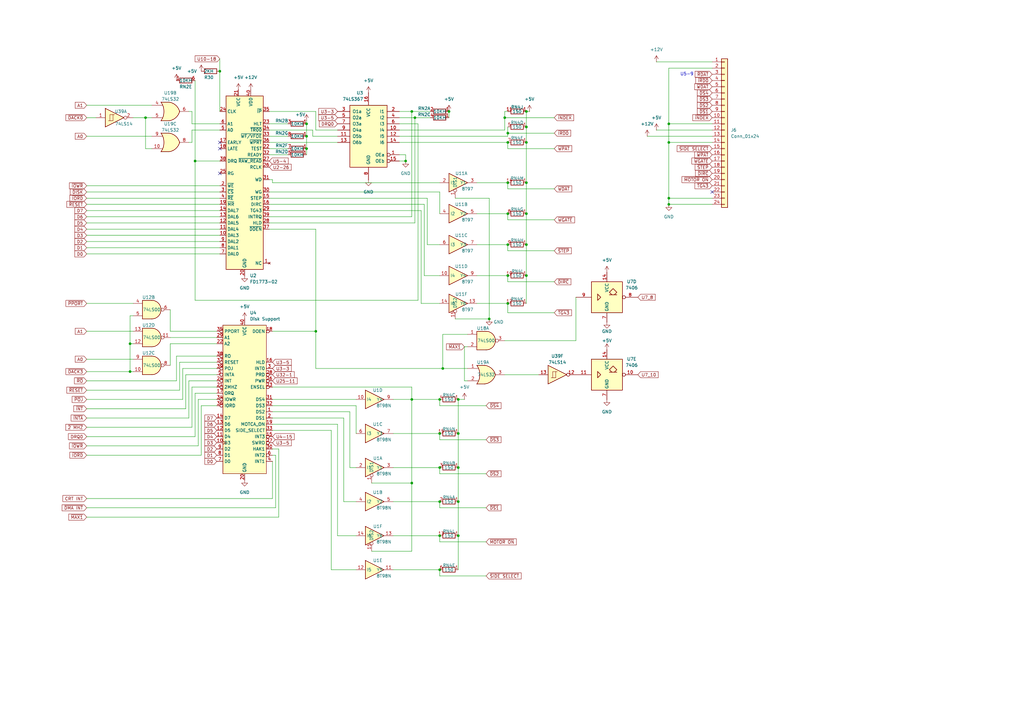
<source format=kicad_sch>
(kicad_sch (version 20250114) (generator "eeschema") (generator_version "9.0")
  (paper "A3")
  (title_block (title "C10-040-0115") (date "10/12/1982") (rev "5") (company "Cromemco"))
  (lib_symbols
    (symbol "74xx:74LS00" (pin_names (offset 1.016))
      (property "Reference" "U" (at 0 1.27 0))
      (property "Value" "74LS00" (at 0 -1.27 0))
      (symbol "74LS00_1_1"
        (pin input line (at -7.62 2.54 0) (length 3.81) (name "~") (number "1"))
        (pin input line (at -7.62 -2.54 0) (length 3.81) (name "~") (number "2"))
        (pin output inverted (at 7.62 0 180) (length 3.81) (name "~") (number "3"))
      )
      (symbol "74LS00_1_2"
        (pin input inverted (at -7.62 2.54 0) (length 4.318) (name "~") (number "1"))
        (pin input inverted (at -7.62 -2.54 0) (length 4.318) (name "~") (number "2"))
        (pin output line (at 7.62 0 180) (length 3.81) (name "~") (number "3"))
      )
      (symbol "74LS00_2_1"
        (pin input line (at -7.62 2.54 0) (length 3.81) (name "~") (number "4"))
        (pin input line (at -7.62 -2.54 0) (length 3.81) (name "~") (number "5"))
        (pin output inverted (at 7.62 0 180) (length 3.81) (name "~") (number "6"))
      )
      (symbol "74LS00_2_2"
        (pin input inverted (at -7.62 2.54 0) (length 4.318) (name "~") (number "4"))
        (pin input inverted (at -7.62 -2.54 0) (length 4.318) (name "~") (number "5"))
        (pin output line (at 7.62 0 180) (length 3.81) (name "~") (number "6"))
      )
      (symbol "74LS00_3_1"
        (pin input line (at -7.62 2.54 0) (length 3.81) (name "~") (number "9"))
        (pin input line (at -7.62 -2.54 0) (length 3.81) (name "~") (number "10"))
        (pin output inverted (at 7.62 0 180) (length 3.81) (name "~") (number "8"))
      )
      (symbol "74LS00_3_2"
        (pin input inverted (at -7.62 2.54 0) (length 4.318) (name "~") (number "9"))
        (pin input inverted (at -7.62 -2.54 0) (length 4.318) (name "~") (number "10"))
        (pin output line (at 7.62 0 180) (length 3.81) (name "~") (number "8"))
      )
      (symbol "74LS00_4_1"
        (pin input line (at -7.62 2.54 0) (length 3.81) (name "~") (number "12"))
        (pin input line (at -7.62 -2.54 0) (length 3.81) (name "~") (number "13"))
        (pin output inverted (at 7.62 0 180) (length 3.81) (name "~") (number "11"))
      )
      (symbol "74LS00_4_2"
        (pin input inverted (at -7.62 2.54 0) (length 4.318) (name "~") (number "12"))
        (pin input inverted (at -7.62 -2.54 0) (length 4.318) (name "~") (number "13"))
        (pin output line (at 7.62 0 180) (length 3.81) (name "~") (number "11"))
      )
      (symbol "74LS00_5_0"
        (pin power_in line (at 0 12.7 270) (length 5.08) (name "VCC") (number "14"))
        (pin power_in line (at 0 -12.7 90) (length 5.08) (name "GND") (number "7"))
      )
    )
    (symbol "74xx:74LS14" (pin_names (offset 1.016))
      (property "Reference" "U" (at 0 1.27 0))
      (property "Value" "74LS14" (at 0 -1.27 0))
      (symbol "74LS14_1_0"
        (pin input line (at -7.62 0 0) (length 3.81) (name "~") (number "1"))
        (pin output inverted (at 7.62 0 180) (length 3.81) (name "~") (number "2"))
      )
      (symbol "74LS14_2_0"
        (pin input line (at -7.62 0 0) (length 3.81) (name "~") (number "3"))
        (pin output inverted (at 7.62 0 180) (length 3.81) (name "~") (number "4"))
      )
      (symbol "74LS14_3_0"
        (pin input line (at -7.62 0 0) (length 3.81) (name "~") (number "5"))
        (pin output inverted (at 7.62 0 180) (length 3.81) (name "~") (number "6"))
      )
      (symbol "74LS14_4_0"
        (pin input line (at -7.62 0 0) (length 3.81) (name "~") (number "9"))
        (pin output inverted (at 7.62 0 180) (length 3.81) (name "~") (number "8"))
      )
      (symbol "74LS14_5_0"
        (pin input line (at -7.62 0 0) (length 3.81) (name "~") (number "11"))
        (pin output inverted (at 7.62 0 180) (length 3.81) (name "~") (number "10"))
      )
      (symbol "74LS14_6_0"
        (pin input line (at -7.62 0 0) (length 3.81) (name "~") (number "13"))
        (pin output inverted (at 7.62 0 180) (length 3.81) (name "~") (number "12"))
      )
      (symbol "74LS14_7_0"
        (pin power_in line (at 0 12.7 270) (length 5.08) (name "VCC") (number "14"))
        (pin power_in line (at 0 -12.7 90) (length 5.08) (name "GND") (number "7"))
      )
    )
    (symbol "74xx:74LS32" (pin_names (offset 1.016))
      (property "Reference" "U" (at 0 1.27 0))
      (property "Value" "74LS32" (at 0 -1.27 0))
      (symbol "74LS32_1_1"
        (pin input line (at -7.62 2.54 0) (length 4.318) (name "~") (number "1"))
        (pin input line (at -7.62 -2.54 0) (length 4.318) (name "~") (number "2"))
        (pin output line (at 7.62 0 180) (length 3.81) (name "~") (number "3"))
      )
      (symbol "74LS32_1_2"
        (pin input inverted (at -7.62 2.54 0) (length 3.81) (name "~") (number "1"))
        (pin input inverted (at -7.62 -2.54 0) (length 3.81) (name "~") (number "2"))
        (pin output inverted (at 7.62 0 180) (length 3.81) (name "~") (number "3"))
      )
      (symbol "74LS32_2_1"
        (pin input line (at -7.62 2.54 0) (length 4.318) (name "~") (number "4"))
        (pin input line (at -7.62 -2.54 0) (length 4.318) (name "~") (number "5"))
        (pin output line (at 7.62 0 180) (length 3.81) (name "~") (number "6"))
      )
      (symbol "74LS32_2_2"
        (pin input inverted (at -7.62 2.54 0) (length 3.81) (name "~") (number "4"))
        (pin input inverted (at -7.62 -2.54 0) (length 3.81) (name "~") (number "5"))
        (pin output inverted (at 7.62 0 180) (length 3.81) (name "~") (number "6"))
      )
      (symbol "74LS32_3_1"
        (pin input line (at -7.62 2.54 0) (length 4.318) (name "~") (number "9"))
        (pin input line (at -7.62 -2.54 0) (length 4.318) (name "~") (number "10"))
        (pin output line (at 7.62 0 180) (length 3.81) (name "~") (number "8"))
      )
      (symbol "74LS32_3_2"
        (pin input inverted (at -7.62 2.54 0) (length 3.81) (name "~") (number "9"))
        (pin input inverted (at -7.62 -2.54 0) (length 3.81) (name "~") (number "10"))
        (pin output inverted (at 7.62 0 180) (length 3.81) (name "~") (number "8"))
      )
      (symbol "74LS32_4_1"
        (pin input line (at -7.62 2.54 0) (length 4.318) (name "~") (number "12"))
        (pin input line (at -7.62 -2.54 0) (length 4.318) (name "~") (number "13"))
        (pin output line (at 7.62 0 180) (length 3.81) (name "~") (number "11"))
      )
      (symbol "74LS32_4_2"
        (pin input inverted (at -7.62 2.54 0) (length 3.81) (name "~") (number "12"))
        (pin input inverted (at -7.62 -2.54 0) (length 3.81) (name "~") (number "13"))
        (pin output inverted (at 7.62 0 180) (length 3.81) (name "~") (number "11"))
      )
      (symbol "74LS32_5_0"
        (pin power_in line (at 0 12.7 270) (length 5.08) (name "VCC") (number "14"))
        (pin power_in line (at 0 -12.7 90) (length 5.08) (name "GND") (number "7"))
      )
    )
    (symbol "74xx:74LS367" (pin_names (offset 1.016))
      (property "Reference" "U" (at -7.62 13.97 0))
      (property "Value" "74LS367" (at -7.62 -13.97 0))
      (symbol "74LS367_1_0"
        (pin input line (at -12.7 10.16 0) (length 5.08) (name "I1") (number "2"))
        (pin input line (at -12.7 7.62 0) (length 5.08) (name "I2") (number "4"))
        (pin input line (at -12.7 5.08 0) (length 5.08) (name "I3") (number "6"))
        (pin input line (at -12.7 2.54 0) (length 5.08) (name "I4") (number "10"))
        (pin input line (at -12.7 0 0) (length 5.08) (name "I5") (number "12"))
        (pin input line (at -12.7 -2.54 0) (length 5.08) (name "I6") (number "14"))
        (pin input inverted (at -12.7 -7.62 0) (length 5.08) (name "OEa") (number "1"))
        (pin input inverted (at -12.7 -10.16 0) (length 5.08) (name "OEb") (number "15"))
        (pin power_in line (at 0 17.78 270) (length 5.08) (name "VCC") (number "16"))
        (pin power_in line (at 0 -17.78 90) (length 5.08) (name "GND") (number "8"))
        (pin tri_state line (at 12.7 10.16 180) (length 5.08) (name "O1a") (number "3"))
        (pin tri_state line (at 12.7 7.62 180) (length 5.08) (name "O2a") (number "5"))
        (pin tri_state line (at 12.7 5.08 180) (length 5.08) (name "O3a") (number "7"))
        (pin tri_state line (at 12.7 2.54 180) (length 5.08) (name "O4a") (number "9"))
        (pin tri_state line (at 12.7 0 180) (length 5.08) (name "O5b") (number "11"))
        (pin tri_state line (at 12.7 -2.54 180) (length 5.08) (name "O6b") (number "13"))
      )
    )
    (symbol "74xx_IEEE:7406"
      (property "Reference" "U" (at 3.81 7.62 0))
      (property "Value" "7406" (at 6.35 -8.89 0))
      (symbol "7406_0_1"
        (pin power_in line (at 0 10.16 270) (length 3.81) (name "VCC") (number "14"))
        (pin power_in line (at 0 -10.16 90) (length 3.81) (name "GND") (number "7"))
      )
      (symbol "7406_1_1"
        (pin input line (at -12.7 0 0) (length 6.35) (name "~") (number "1"))
        (pin open_collector inverted (at 12.7 0 180) (length 6.35) (name "~") (number "2"))
      )
      (symbol "7406_2_1"
        (pin input line (at -12.7 0 0) (length 6.35) (name "~") (number "3"))
        (pin open_collector inverted (at 12.7 0 180) (length 6.35) (name "~") (number "4"))
      )
      (symbol "7406_3_1"
        (pin input line (at -12.7 0 0) (length 6.35) (name "~") (number "5"))
        (pin open_collector inverted (at 12.7 0 180) (length 6.35) (name "~") (number "6"))
      )
      (symbol "7406_4_1"
        (pin input line (at -12.7 0 0) (length 6.35) (name "~") (number "9"))
        (pin open_collector inverted (at 12.7 0 180) (length 6.35) (name "~") (number "8"))
      )
      (symbol "7406_5_1"
        (pin input line (at -12.7 0 0) (length 6.35) (name "~") (number "11"))
        (pin open_collector inverted (at 12.7 0 180) (length 6.35) (name "~") (number "10"))
      )
      (symbol "7406_6_1"
        (pin input line (at -12.7 0 0) (length 6.35) (name "~") (number "13"))
        (pin open_collector inverted (at 12.7 0 180) (length 6.35) (name "~") (number "12"))
      )
    )
    (symbol "8T97_1"
      (property "Reference" "U" (at 11.43 10.16 0))
      (property "Value" "8T97" (at 11.43 7.62 0))
      (symbol "8T97_1_1_0"
        (pin input line (at -7.62 0 0) (length 3.81) (name "I1") (number "2"))
        (pin input inverted (at -1.27 -6.35 90) (length 3.81) (name "DIS1") (number "1"))
        (pin output line (at 7.62 0 180) (length 3.81) (name "Y1") (number "3"))
      )
      (symbol "8T97_1_2_0"
        (pin input line (at -7.62 0 0) (length 3.81) (name "I2") (number "4"))
        (pin output line (at 7.62 0 180) (length 3.81) (name "Y2") (number "5"))
      )
      (symbol "8T97_1_3_0"
        (pin input line (at -7.62 0 0) (length 3.81) (name "I3") (number "6"))
        (pin output line (at 7.62 0 180) (length 3.81) (name "Y3") (number "7"))
      )
      (symbol "8T97_1_4_0"
        (pin input line (at -7.62 0 0) (length 3.81) (name "I4") (number "10"))
        (pin output line (at 7.62 0 180) (length 3.81) (name "Y4") (number "9"))
      )
      (symbol "8T97_1_5_0"
        (pin input line (at -7.62 0 0) (length 3.81) (name "I5") (number "12"))
        (pin output line (at 7.62 0 180) (length 3.81) (name "Y5") (number "11"))
      )
      (symbol "8T97_1_6_0"
        (pin input line (at -7.62 0 0) (length 3.81) (name "I6") (number "14"))
        (pin input inverted (at -1.27 -6.35 90) (length 3.81) (name "DIS2") (number "15"))
        (pin output line (at 7.62 0 180) (length 3.81) (name "Y6") (number "13"))
      )
      (symbol "8T97_1_7_0"
        (pin power_in line (at 0 10.16 270) (length 2.54) (name "VCC") (number "16"))
        (pin power_in line (at 0 -10.16 90) (length 2.54) (name "GND") (number "8"))
      )
    )
    (symbol "8T97_3"
      (property "Reference" "U" (at 11.43 10.16 0))
      (property "Value" "8T97" (at 11.43 7.62 0))
      (symbol "8T97_3_1_0"
        (pin input line (at -7.62 0 0) (length 3.81) (name "I1") (number "2"))
        (pin input inverted (at -1.27 -6.35 90) (length 3.81) (name "DIS1") (number "1"))
        (pin output line (at 7.62 0 180) (length 3.81) (name "Y1") (number "3"))
      )
      (symbol "8T97_3_2_0"
        (pin input line (at -7.62 0 0) (length 3.81) (name "I2") (number "4"))
        (pin output line (at 7.62 0 180) (length 3.81) (name "Y2") (number "5"))
      )
      (symbol "8T97_3_3_0"
        (pin input line (at -7.62 0 0) (length 3.81) (name "I3") (number "6"))
        (pin output line (at 7.62 0 180) (length 3.81) (name "Y3") (number "7"))
      )
      (symbol "8T97_3_4_0"
        (pin input line (at -7.62 0 0) (length 3.81) (name "I4") (number "10"))
        (pin output line (at 7.62 0 180) (length 3.81) (name "Y4") (number "9"))
      )
      (symbol "8T97_3_5_0"
        (pin input line (at -7.62 0 0) (length 3.81) (name "I5") (number "12"))
        (pin output line (at 7.62 0 180) (length 3.81) (name "Y5") (number "11"))
      )
      (symbol "8T97_3_6_0"
        (pin input line (at -7.62 0 0) (length 3.81) (name "I6") (number "14"))
        (pin input inverted (at -1.27 -6.35 90) (length 3.81) (name "DIS2") (number "15"))
        (pin output line (at 7.62 0 180) (length 3.81) (name "Y6") (number "13"))
      )
      (symbol "8T97_3_7_0"
        (pin power_in line (at 0 10.16 270) (length 2.54) (name "VCC") (number "16"))
        (pin power_in line (at 0 -10.16 90) (length 2.54) (name "GND") (number "8"))
      )
    )
    (symbol "8T97_5"
      (property "Reference" "U" (at 11.43 10.16 0))
      (property "Value" "8T97" (at 11.43 7.62 0))
      (symbol "8T97_5_1_0"
        (pin input line (at -7.62 0 0) (length 3.81) (name "I1") (number "2"))
        (pin input inverted (at -1.27 -6.35 90) (length 3.81) (name "DIS1") (number "1"))
        (pin output line (at 7.62 0 180) (length 3.81) (name "Y1") (number "3"))
      )
      (symbol "8T97_5_2_0"
        (pin input line (at -7.62 0 0) (length 3.81) (name "I2") (number "4"))
        (pin output line (at 7.62 0 180) (length 3.81) (name "Y2") (number "5"))
      )
      (symbol "8T97_5_3_0"
        (pin input line (at -7.62 0 0) (length 3.81) (name "I3") (number "6"))
        (pin output line (at 7.62 0 180) (length 3.81) (name "Y3") (number "7"))
      )
      (symbol "8T97_5_4_0"
        (pin input line (at -7.62 0 0) (length 3.81) (name "I4") (number "10"))
        (pin output line (at 7.62 0 180) (length 3.81) (name "Y4") (number "9"))
      )
      (symbol "8T97_5_5_0"
        (pin input line (at -7.62 0 0) (length 3.81) (name "I5") (number "12"))
        (pin output line (at 7.62 0 180) (length 3.81) (name "Y5") (number "11"))
      )
      (symbol "8T97_5_6_0"
        (pin input line (at -7.62 0 0) (length 3.81) (name "I6") (number "14"))
        (pin input inverted (at -1.27 -6.35 90) (length 3.81) (name "DIS2") (number "15"))
        (pin output line (at 7.62 0 180) (length 3.81) (name "Y6") (number "13"))
      )
      (symbol "8T97_5_7_0"
        (pin power_in line (at 0 10.16 270) (length 2.54) (name "VCC") (number "16"))
        (pin power_in line (at 0 -10.16 90) (length 2.54) (name "GND") (number "8"))
      )
    )
    (symbol "8T97_6"
      (property "Reference" "U" (at 11.43 10.16 0))
      (property "Value" "8T97" (at 11.43 7.62 0))
      (symbol "8T97_6_1_0"
        (pin input line (at -7.62 0 0) (length 3.81) (name "I1") (number "2"))
        (pin input inverted (at -1.27 -6.35 90) (length 3.81) (name "DIS1") (number "1"))
        (pin output line (at 7.62 0 180) (length 3.81) (name "Y1") (number "3"))
      )
      (symbol "8T97_6_2_0"
        (pin input line (at -7.62 0 0) (length 3.81) (name "I2") (number "4"))
        (pin output line (at 7.62 0 180) (length 3.81) (name "Y2") (number "5"))
      )
      (symbol "8T97_6_3_0"
        (pin input line (at -7.62 0 0) (length 3.81) (name "I3") (number "6"))
        (pin output line (at 7.62 0 180) (length 3.81) (name "Y3") (number "7"))
      )
      (symbol "8T97_6_4_0"
        (pin input line (at -7.62 0 0) (length 3.81) (name "I4") (number "10"))
        (pin output line (at 7.62 0 180) (length 3.81) (name "Y4") (number "9"))
      )
      (symbol "8T97_6_5_0"
        (pin input line (at -7.62 0 0) (length 3.81) (name "I5") (number "12"))
        (pin output line (at 7.62 0 180) (length 3.81) (name "Y5") (number "11"))
      )
      (symbol "8T97_6_6_0"
        (pin input line (at -7.62 0 0) (length 3.81) (name "I6") (number "14"))
        (pin input inverted (at -1.27 -6.35 90) (length 3.81) (name "DIS2") (number "15"))
        (pin output line (at 7.62 0 180) (length 3.81) (name "Y6") (number "13"))
      )
      (symbol "8T97_6_7_0"
        (pin power_in line (at 0 10.16 270) (length 2.54) (name "VCC") (number "16"))
        (pin power_in line (at 0 -10.16 90) (length 2.54) (name "GND") (number "8"))
      )
    )
    (symbol "8T97_7"
      (property "Reference" "U" (at 11.43 10.16 0))
      (property "Value" "8T97" (at 11.43 7.62 0))
      (symbol "8T97_7_1_0"
        (pin input line (at -7.62 0 0) (length 3.81) (name "I1") (number "2"))
        (pin input inverted (at -1.27 -6.35 90) (length 3.81) (name "DIS1") (number "1"))
        (pin output line (at 7.62 0 180) (length 3.81) (name "Y1") (number "3"))
      )
      (symbol "8T97_7_2_0"
        (pin input line (at -7.62 0 0) (length 3.81) (name "I2") (number "4"))
        (pin output line (at 7.62 0 180) (length 3.81) (name "Y2") (number "5"))
      )
      (symbol "8T97_7_3_0"
        (pin input line (at -7.62 0 0) (length 3.81) (name "I3") (number "6"))
        (pin output line (at 7.62 0 180) (length 3.81) (name "Y3") (number "7"))
      )
      (symbol "8T97_7_4_0"
        (pin input line (at -7.62 0 0) (length 3.81) (name "I4") (number "10"))
        (pin output line (at 7.62 0 180) (length 3.81) (name "Y4") (number "9"))
      )
      (symbol "8T97_7_5_0"
        (pin input line (at -7.62 0 0) (length 3.81) (name "I5") (number "12"))
        (pin output line (at 7.62 0 180) (length 3.81) (name "Y5") (number "11"))
      )
      (symbol "8T97_7_6_0"
        (pin input line (at -7.62 0 0) (length 3.81) (name "I6") (number "14"))
        (pin input inverted (at -1.27 -6.35 90) (length 3.81) (name "DIS2") (number "15"))
        (pin output line (at 7.62 0 180) (length 3.81) (name "Y6") (number "13"))
      )
      (symbol "8T97_7_7_0"
        (pin power_in line (at 0 10.16 270) (length 2.54) (name "VCC") (number "16"))
        (pin power_in line (at 0 -10.16 90) (length 2.54) (name "GND") (number "8"))
      )
    )
    (symbol "8T97_8"
      (property "Reference" "U" (at 11.43 10.16 0))
      (property "Value" "8T97" (at 11.43 7.62 0))
      (symbol "8T97_8_1_0"
        (pin input line (at -7.62 0 0) (length 3.81) (name "I1") (number "2"))
        (pin input inverted (at -1.27 -6.35 90) (length 3.81) (name "DIS1") (number "1"))
        (pin output line (at 7.62 0 180) (length 3.81) (name "Y1") (number "3"))
      )
      (symbol "8T97_8_2_0"
        (pin input line (at -7.62 0 0) (length 3.81) (name "I2") (number "4"))
        (pin output line (at 7.62 0 180) (length 3.81) (name "Y2") (number "5"))
      )
      (symbol "8T97_8_3_0"
        (pin input line (at -7.62 0 0) (length 3.81) (name "I3") (number "6"))
        (pin output line (at 7.62 0 180) (length 3.81) (name "Y3") (number "7"))
      )
      (symbol "8T97_8_4_0"
        (pin input line (at -7.62 0 0) (length 3.81) (name "I4") (number "10"))
        (pin output line (at 7.62 0 180) (length 3.81) (name "Y4") (number "9"))
      )
      (symbol "8T97_8_5_0"
        (pin input line (at -7.62 0 0) (length 3.81) (name "I5") (number "12"))
        (pin output line (at 7.62 0 180) (length 3.81) (name "Y5") (number "11"))
      )
      (symbol "8T97_8_6_0"
        (pin input line (at -7.62 0 0) (length 3.81) (name "I6") (number "14"))
        (pin input inverted (at -1.27 -6.35 90) (length 3.81) (name "DIS2") (number "15"))
        (pin output line (at 7.62 0 180) (length 3.81) (name "Y6") (number "13"))
      )
      (symbol "8T97_8_7_0"
        (pin power_in line (at 0 10.16 270) (length 2.54) (name "VCC") (number "16"))
        (pin power_in line (at 0 -10.16 90) (length 2.54) (name "GND") (number "8"))
      )
    )
    (symbol "Common_Alessio:R_Network18_Split" (pin_names (offset 0) (hide yes))
      (property "Reference" "RN" (at -1.778 0 90))
      (property "Value" "R_Network18_Split" (at -0.508 14.732 0))
      (symbol "R_Network18_Split_0_1"
        (pin passive line (at 0 3.81 270) (length 1.27) (name "R1") (number "1"))
      )
      (symbol "R_Network18_Split_1_1"
        (pin passive line (at 0 -3.81 90) (length 1.27) (name "R1.2") (number "2"))
      )
      (symbol "R_Network18_Split_2_1"
        (pin passive line (at 0 -3.81 90) (length 1.27) (name "R2.2") (number "3"))
      )
      (symbol "R_Network18_Split_3_1"
        (pin passive line (at 0 -3.81 90) (length 1.27) (name "R3.2") (number "4"))
      )
      (symbol "R_Network18_Split_4_1"
        (pin passive line (at 0 -3.81 90) (length 1.27) (name "R4.2") (number "5"))
      )
      (symbol "R_Network18_Split_5_1"
        (pin passive line (at 0 -3.81 90) (length 1.27) (name "R5.2") (number "6"))
      )
      (symbol "R_Network18_Split_6_1"
        (pin passive line (at 0 -3.81 90) (length 1.27) (name "R6.2") (number "7"))
      )
      (symbol "R_Network18_Split_7_1"
        (pin passive line (at 0 -3.81 90) (length 1.27) (name "R7.2") (number "8"))
      )
      (symbol "R_Network18_Split_8_1"
        (pin passive line (at 0 -3.81 90) (length 1.27) (name "R8.2") (number "9"))
      )
      (symbol "R_Network18_Split_9_1"
        (pin passive line (at 0 -3.81 90) (length 1.27) (name "R9.2") (number "10"))
      )
      (symbol "R_Network18_Split_10_1"
        (pin passive line (at 0 -3.81 90) (length 1.27) (name "R10.2") (number "11"))
      )
      (symbol "R_Network18_Split_11_1"
        (pin passive line (at 0 -3.81 90) (length 1.27) (name "R11.2") (number "12"))
      )
      (symbol "R_Network18_Split_12_1"
        (pin passive line (at 0 -3.81 90) (length 1.27) (name "R12.2") (number "13"))
      )
      (symbol "R_Network18_Split_13_1"
        (pin passive line (at 0 -3.81 90) (length 1.27) (name "R13.2") (number "14"))
      )
      (symbol "R_Network18_Split_14_0"
        (pin passive line (at 0 -3.81 90) (length 1.27) (name "R14.2") (number "15"))
      )
      (symbol "R_Network18_Split_15_0"
        (pin passive line (at 0 -3.81 90) (length 1.27) (name "R15.2") (number "16"))
      )
      (symbol "R_Network18_Split_16_0"
        (pin passive line (at 0 -3.81 90) (length 1.27) (name "R16.2") (number "17"))
      )
      (symbol "R_Network18_Split_17_0"
        (pin passive line (at 0 -3.81 90) (length 1.27) (name "R16.2") (number "18"))
      )
    )
    (symbol "Connector_Generic:Conn_01x24" (pin_names (offset 1.016) (hide yes))
      (property "Reference" "J" (at 0 30.48 0))
      (property "Value" "Conn_01x24" (at 0 -33.02 0))
      (symbol "Conn_01x24_1_1"
        (pin passive line (at -5.08 27.94 0) (length 3.81) (name "Pin_1") (number "1"))
        (pin passive line (at -5.08 25.4 0) (length 3.81) (name "Pin_2") (number "2"))
        (pin passive line (at -5.08 22.86 0) (length 3.81) (name "Pin_3") (number "3"))
        (pin passive line (at -5.08 20.32 0) (length 3.81) (name "Pin_4") (number "4"))
        (pin passive line (at -5.08 17.78 0) (length 3.81) (name "Pin_5") (number "5"))
        (pin passive line (at -5.08 15.24 0) (length 3.81) (name "Pin_6") (number "6"))
        (pin passive line (at -5.08 12.7 0) (length 3.81) (name "Pin_7") (number "7"))
        (pin passive line (at -5.08 10.16 0) (length 3.81) (name "Pin_8") (number "8"))
        (pin passive line (at -5.08 7.62 0) (length 3.81) (name "Pin_9") (number "9"))
        (pin passive line (at -5.08 5.08 0) (length 3.81) (name "Pin_10") (number "10"))
        (pin passive line (at -5.08 2.54 0) (length 3.81) (name "Pin_11") (number "11"))
        (pin passive line (at -5.08 0 0) (length 3.81) (name "Pin_12") (number "12"))
        (pin passive line (at -5.08 -2.54 0) (length 3.81) (name "Pin_13") (number "13"))
        (pin passive line (at -5.08 -5.08 0) (length 3.81) (name "Pin_14") (number "14"))
        (pin passive line (at -5.08 -7.62 0) (length 3.81) (name "Pin_15") (number "15"))
        (pin passive line (at -5.08 -10.16 0) (length 3.81) (name "Pin_16") (number "16"))
        (pin passive line (at -5.08 -12.7 0) (length 3.81) (name "Pin_17") (number "17"))
        (pin passive line (at -5.08 -15.24 0) (length 3.81) (name "Pin_18") (number "18"))
        (pin passive line (at -5.08 -17.78 0) (length 3.81) (name "Pin_19") (number "19"))
        (pin passive line (at -5.08 -20.32 0) (length 3.81) (name "Pin_20") (number "20"))
        (pin passive line (at -5.08 -22.86 0) (length 3.81) (name "Pin_21") (number "21"))
        (pin passive line (at -5.08 -25.4 0) (length 3.81) (name "Pin_22") (number "22"))
        (pin passive line (at -5.08 -27.94 0) (length 3.81) (name "Pin_23") (number "23"))
        (pin passive line (at -5.08 -30.48 0) (length 3.81) (name "Pin_24") (number "24"))
      )
    )
    (symbol "Cromemco_C10:8T97"
      (property "Reference" "U" (at 11.43 10.16 0))
      (property "Value" "8T97" (at 11.43 7.62 0))
      (symbol "8T97_1_0"
        (pin input line (at -7.62 0 0) (length 3.81) (name "I1") (number "2"))
        (pin input inverted (at -1.27 -6.35 90) (length 3.81) (name "DIS1") (number "1"))
        (pin output line (at 7.62 0 180) (length 3.81) (name "Y1") (number "3"))
      )
      (symbol "8T97_2_0"
        (pin input line (at -7.62 0 0) (length 3.81) (name "I2") (number "4"))
        (pin output line (at 7.62 0 180) (length 3.81) (name "Y2") (number "5"))
      )
      (symbol "8T97_3_0"
        (pin input line (at -7.62 0 0) (length 3.81) (name "I3") (number "6"))
        (pin output line (at 7.62 0 180) (length 3.81) (name "Y3") (number "7"))
      )
      (symbol "8T97_4_0"
        (pin input line (at -7.62 0 0) (length 3.81) (name "I4") (number "10"))
        (pin output line (at 7.62 0 180) (length 3.81) (name "Y4") (number "9"))
      )
      (symbol "8T97_5_0"
        (pin input line (at -7.62 0 0) (length 3.81) (name "I5") (number "12"))
        (pin output line (at 7.62 0 180) (length 3.81) (name "Y5") (number "11"))
      )
      (symbol "8T97_6_0"
        (pin input line (at -7.62 0 0) (length 3.81) (name "I6") (number "14"))
        (pin input inverted (at -1.27 -6.35 90) (length 3.81) (name "DIS2") (number "15"))
        (pin output line (at 7.62 0 180) (length 3.81) (name "Y6") (number "13"))
      )
      (symbol "8T97_7_0"
        (pin power_in line (at 0 10.16 270) (length 2.54) (name "VCC") (number "16"))
        (pin power_in line (at 0 -10.16 90) (length 2.54) (name "GND") (number "8"))
      )
    )
    (symbol "Cromemco_C10:Cromemco_Disk_Support"
      (property "Reference" "U" (at 24.13 7.62 0))
      (property "Value" "Disk Support" (at 24.13 5.08 0))
      (symbol "Cromemco_Disk_Support_0_0"
        (pin bidirectional inverted (at 0 0 0) (length 2.54) (name "PPORT") (number "35"))
        (pin bidirectional line (at 0 -2.54 0) (length 2.54) (name "A1") (number "29"))
        (pin bidirectional line (at 0 -5.08 0) (length 2.54) (name "A2") (number "22"))
        (pin bidirectional inverted (at 0 -10.16 0) (length 2.54) (name "RO") (number "38"))
        (pin bidirectional inverted (at 0 -12.7 0) (length 2.54) (name "RESET") (number "37"))
        (pin bidirectional inverted (at 0 -15.24 0) (length 2.54) (name "POJ") (number "39"))
        (pin bidirectional inverted (at 0 -17.78 0) (length 2.54) (name "INTA") (number "5"))
        (pin bidirectional inverted (at 0 -20.32 0) (length 2.54) (name "INT") (number "24"))
        (pin bidirectional inverted (at 0 -22.86 0) (length 2.54) (name "2MHZ") (number "21"))
        (pin bidirectional line (at 0 -25.4 0) (length 2.54) (name "ORQ") (number "17"))
        (pin bidirectional inverted (at 0 -30.48 0) (length 2.54) (name "IORD") (number "36"))
        (pin bidirectional line (at 0 -35.56 0) (length 2.54) (name "D7") (number "14"))
        (pin bidirectional line (at 0 -38.1 0) (length 2.54) (name "D6") (number "13"))
        (pin bidirectional line (at 0 -40.64 0) (length 2.54) (name "D5") (number "12"))
        (pin bidirectional line (at 0 -43.18 0) (length 2.54) (name "D4") (number "11"))
        (pin bidirectional clock (at 0 -45.72 0) (length 2.54) (name "D3") (number "10"))
        (pin bidirectional line (at 0 -50.8 0) (length 2.54) (name "D1") (number "8"))
        (pin bidirectional line (at 0 -53.34 0) (length 2.54) (name "D0") (number "7"))
        (pin power_in line (at 11.43 5.08 270) (length 2.54) (name "VCC") (number "40"))
        (pin power_in line (at 11.43 -60.96 90) (length 2.54) (name "GND") (number "20"))
        (pin bidirectional inverted (at 22.86 0 180) (length 2.54) (name "DOEN") (number "18"))
        (pin no_connect line (at 22.86 -10.16 180) (length 2.54) (hide yes) (name "NC") (number "25"))
        (pin bidirectional line (at 22.86 -12.7 180) (length 2.54) (name "HLD") (number "16"))
        (pin bidirectional line (at 22.86 -15.24 180) (length 2.54) (name "INT0") (number "3"))
        (pin bidirectional inverted (at 22.86 -17.78 180) (length 2.54) (name "PRD") (number "28"))
        (pin bidirectional inverted (at 22.86 -20.32 180) (length 2.54) (name "PWR") (number "26"))
        (pin bidirectional inverted (at 22.86 -22.86 180) (length 2.54) (name "ENSEL") (number "23"))
        (pin bidirectional line (at 22.86 -30.48 180) (length 2.54) (name "DS3") (number "32"))
        (pin bidirectional line (at 22.86 -33.02 180) (length 2.54) (name "DS2") (number "1"))
        (pin bidirectional line (at 22.86 -35.56 180) (length 2.54) (name "DS1") (number "2"))
        (pin bidirectional line (at 22.86 -38.1 180) (length 2.54) (name "MOTCA_ON") (number "19"))
        (pin bidirectional line (at 22.86 -40.64 180) (length 2.54) (name "SIDE_SELECT") (number "33"))
        (pin bidirectional inverted (at 22.86 -43.18 180) (length 2.54) (name "INT3") (number "15"))
        (pin bidirectional inverted (at 22.86 -45.72 180) (length 2.54) (name "SWRO") (number "27"))
        (pin bidirectional line (at 22.86 -48.26 180) (length 2.54) (name "HAK1") (number "30"))
        (pin bidirectional inverted (at 22.86 -50.8 180) (length 2.54) (name "INT2") (number "6"))
        (pin bidirectional line (at 22.86 -53.34 180) (length 2.54) (name "INT1") (number "4"))
      )
      (symbol "Cromemco_Disk_Support_1_0"
        (pin bidirectional inverted (at 0 -27.94 0) (length 2.54) (name "IOWR") (number "34"))
        (pin bidirectional line (at 0 -48.26 0) (length 2.54) (name "D2") (number "9"))
        (pin bidirectional line (at 22.86 -27.94 180) (length 2.54) (name "DS4") (number "31"))
      )
    )
    (symbol "Cromemco_C10:FD1773-02"
      (property "Reference" "U" (at 9.144 40.64 0))
      (property "Value" "FD1773-02" (at 9.144 38.1 0))
      (symbol "FD1773-02_1_1"
        (pin input line (at -10.16 29.21 0) (length 2.54) (name "CLK") (number "24"))
        (pin input line (at -10.16 24.13 0) (length 2.54) (name "A1") (number "6"))
        (pin input line (at -10.16 21.59 0) (length 2.54) (name "A0") (number "5"))
        (pin output line (at -10.16 16.51 0) (length 2.54) (name "EARLY") (number "17"))
        (pin output line (at -10.16 13.97 0) (length 2.54) (name "LATE") (number "18"))
        (pin output line (at -10.16 8.89 0) (length 2.54) (name "DRQ") (number "38"))
        (pin output line (at -10.16 3.81 0) (length 2.54) (name "RG") (number "25"))
        (pin input line (at -10.16 -1.27 0) (length 2.54) (name "~{WE}") (number "2"))
        (pin input line (at -10.16 -3.81 0) (length 2.54) (name "~{CS}") (number "3"))
        (pin input line (at -10.16 -6.35 0) (length 2.54) (name "~{RE}") (number "4"))
        (pin input line (at -10.16 -8.89 0) (length 2.54) (name "~{MR}") (number "19"))
        (pin bidirectional line (at -10.16 -11.43 0) (length 2.54) (name "DAL7") (number "14"))
        (pin bidirectional line (at -10.16 -13.97 0) (length 2.54) (name "DAL6") (number "13"))
        (pin bidirectional line (at -10.16 -16.51 0) (length 2.54) (name "DAL5") (number "12"))
        (pin bidirectional line (at -10.16 -19.05 0) (length 2.54) (name "DAL4") (number "11"))
        (pin bidirectional line (at -10.16 -21.59 0) (length 2.54) (name "DAL3") (number "10"))
        (pin bidirectional line (at -10.16 -24.13 0) (length 2.54) (name "DAL2") (number "9"))
        (pin bidirectional line (at -10.16 -26.67 0) (length 2.54) (name "DAL1") (number "8"))
        (pin bidirectional line (at -10.16 -29.21 0) (length 2.54) (name "DAL0") (number "7"))
        (pin power_in line (at -2.54 38.1 270) (length 2.54) (name "VCC") (number "21"))
        (pin power_in line (at 0 -38.1 90) (length 2.54) (name "GND") (number "20"))
        (pin power_in line (at 2.54 38.1 270) (length 2.54) (name "VDD") (number "40"))
        (pin input line (at 10.16 29.21 180) (length 2.54) (name "~{IP}") (number "35"))
        (pin input line (at 10.16 24.13 180) (length 2.54) (name "HLT") (number "23"))
        (pin input line (at 10.16 21.59 180) (length 2.54) (name "~{TR00}") (number "34"))
        (pin bidirectional line (at 10.16 19.05 180) (length 2.54) (name "~{WF/VFOE}") (number "33"))
        (pin input line (at 10.16 16.51 180) (length 2.54) (name "~{WPRT}") (number "36"))
        (pin unspecified line (at 10.16 13.97 180) (length 2.54) (name "TEST") (number "22"))
        (pin input line (at 10.16 11.43 180) (length 2.54) (name "READY") (number "32"))
        (pin input line (at 10.16 8.89 180) (length 2.54) (name "~{RAW_READ}") (number "27"))
        (pin input line (at 10.16 6.35 180) (length 2.54) (name "RCLK") (number "26"))
        (pin output line (at 10.16 1.27 180) (length 2.54) (name "WD") (number "31"))
        (pin output line (at 10.16 -3.81 180) (length 2.54) (name "WG") (number "30"))
        (pin output line (at 10.16 -6.35 180) (length 2.54) (name "STEP") (number "15"))
        (pin output line (at 10.16 -8.89 180) (length 2.54) (name "DIRC") (number "16"))
        (pin output line (at 10.16 -11.43 180) (length 2.54) (name "TG43") (number "29"))
        (pin output line (at 10.16 -13.97 180) (length 2.54) (name "INTRQ") (number "39"))
        (pin output line (at 10.16 -16.51 180) (length 2.54) (name "HLD") (number "28"))
        (pin input line (at 10.16 -19.05 180) (length 2.54) (name "~{DDEN}") (number "37"))
        (pin no_connect line (at 10.16 -33.02 180) (length 2.54) (name "NC") (number "1"))
      )
    )
    (symbol "Device:R" (pin_numbers (hide yes)) (pin_names (offset 0))
      (property "Reference" "R" (at 2.032 0 90))
      (property "Value" "R" (at 0 0 90))
      (symbol "R_1_1"
        (pin passive line (at 0 3.81 270) (length 1.27) (name "~") (number "1"))
        (pin passive line (at 0 -3.81 90) (length 1.27) (name "~") (number "2"))
      )
    )
    (symbol "Device:R_Network08_Split" (pin_names (offset 0) (hide yes))
      (property "Reference" "RN" (at 2.032 0 90))
      (property "Value" "R_Network08_Split" (at 0 0 90))
      (symbol "R_Network08_Split_0_1"
        (pin passive line (at 0 3.81 270) (length 1.27) (name "R1") (number "1"))
      )
      (symbol "R_Network08_Split_1_1"
        (pin passive line (at 0 -3.81 90) (length 1.27) (name "R1.2") (number "2"))
      )
      (symbol "R_Network08_Split_2_1"
        (pin passive line (at 0 -3.81 90) (length 1.27) (name "R2.2") (number "3"))
      )
      (symbol "R_Network08_Split_3_1"
        (pin passive line (at 0 -3.81 90) (length 1.27) (name "R3.2") (number "4"))
      )
      (symbol "R_Network08_Split_4_1"
        (pin passive line (at 0 -3.81 90) (length 1.27) (name "R4.2") (number "5"))
      )
      (symbol "R_Network08_Split_5_1"
        (pin passive line (at 0 -3.81 90) (length 1.27) (name "R5.2") (number "6"))
      )
      (symbol "R_Network08_Split_6_1"
        (pin passive line (at 0 -3.81 90) (length 1.27) (name "R6.2") (number "7"))
      )
      (symbol "R_Network08_Split_7_1"
        (pin passive line (at 0 -3.81 90) (length 1.27) (name "R7.2") (number "8"))
      )
      (symbol "R_Network08_Split_8_1"
        (pin passive line (at 0 -3.81 90) (length 1.27) (name "R8.2") (number "9"))
      )
    )
    (symbol "power:+12V" (power) (pin_numbers (hide yes)) (pin_names (offset 0) (hide yes))
      (property "Value" "+12V" (at 0 3.556 0))
      (symbol "+12V_1_1"
        (pin power_in line (at 0 0 90) (length 0) (name "~") (number "1"))
      )
    )
    (symbol "power:+5V" (power) (pin_numbers (hide yes)) (pin_names (offset 0) (hide yes))
      (property "Value" "+5V" (at 0 3.556 0))
      (symbol "+5V_1_1"
        (pin power_in line (at 0 0 90) (length 0) (name "~") (number "1"))
      )
    )
    (symbol "power:GND" (power) (pin_numbers (hide yes)) (pin_names (offset 0) (hide yes))
      (property "Value" "GND" (at 0 -3.81 0))
      (symbol "GND_1_1"
        (pin power_in line (at 0 0 270) (length 0) (name "~") (number "1"))
      )
    )
  )
  (text "U5-9" (at 284.48 30.48 0) (effects (font (size 1.27 1.27)) (justify right)))
  (junction (at 180.34 163.83))
  (junction (at 170.18 48.26))
  (junction (at 187.96 219.71))
  (junction (at 168.91 163.83))
  (junction (at 208.28 54.61))
  (junction (at 187.96 191.77))
  (junction (at 114.3 346.71))
  (junction (at 129.54 135.89))
  (junction (at 274.32 58.42))
  (junction (at 53.34 140.97))
  (junction (at 208.28 58.42))
  (junction (at 215.9 113.03))
  (junction (at 114.3 341.63))
  (junction (at 208.28 100.33))
  (junction (at 59.69 48.26))
  (junction (at 215.9 100.33))
  (junction (at 80.01 66.04))
  (junction (at 274.32 50.8))
  (junction (at 187.96 163.83))
  (junction (at 207.01 48.26))
  (junction (at 184.15 45.72))
  (junction (at 125.73 55.88))
  (junction (at 215.9 58.42))
  (junction (at 168.91 198.12))
  (junction (at 215.9 52.07))
  (junction (at 166.37 66.04))
  (junction (at 215.9 87.63))
  (junction (at 180.34 191.77))
  (junction (at 168.91 45.72))
  (junction (at 180.34 177.8))
  (junction (at 181.61 151.13))
  (junction (at 125.73 60.96))
  (junction (at 125.73 50.8))
  (junction (at 215.9 45.72))
  (junction (at 200.66 130.81))
  (junction (at 180.34 205.74))
  (junction (at 90.17 29.21))
  (junction (at 208.28 87.63))
  (junction (at 274.32 83.82))
  (junction (at 215.9 74.93))
  (junction (at 187.96 205.74))
  (junction (at 274.32 81.28))
  (junction (at 208.28 113.03))
  (junction (at 208.28 124.46))
  (junction (at 180.34 219.71))
  (junction (at 187.96 177.8))
  (junction (at 53.34 152.4))
  (junction (at 180.34 233.68))
  (junction (at 208.28 74.93))
  (no_connect (at 177.8 318.77))
  (no_connect (at 13.97 330.2))
  (no_connect (at 90.17 60.96))
  (no_connect (at 106.68 346.71))
  (no_connect (at 162.56 318.77))
  (no_connect (at 90.17 58.42))
  (no_connect (at 45.72 312.42))
  (no_connect (at 96.52 345.44))
  (no_connect (at 292.1 78.74))
  (no_connect (at 29.21 327.66))
  (no_connect (at 162.56 323.85))
  (no_connect (at 177.8 323.85))
  (no_connect (at 106.68 351.79))
  (no_connect (at 81.28 345.44))
  (no_connect (at 30.48 312.42))
  (no_connect (at 177.8 321.31))
  (no_connect (at 13.97 325.12))
  (no_connect (at 106.68 341.63))
  (no_connect (at 123.19 351.79))
  (no_connect (at 90.17 71.12))
  (no_connect (at 193.04 321.31))
  (wire (pts (xy 274.32 50.8) (xy 292.1 50.8)))
  (wire (pts (xy 82.55 166.37) (xy 82.55 186.69)))
  (wire (pts (xy 208.28 115.57) (xy 208.28 113.03)))
  (wire (pts (xy 208.28 124.46) (xy 195.58 124.46)))
  (wire (pts (xy 80.01 179.07) (xy 35.56 179.07)))
  (wire (pts (xy 81.28 182.88) (xy 35.56 182.88)))
  (wire (pts (xy 274.32 58.42) (xy 274.32 81.28)))
  (wire (pts (xy 54.61 48.26) (xy 59.69 48.26)))
  (wire (pts (xy 88.9 161.29) (xy 80.01 161.29)))
  (wire (pts (xy 215.9 45.72) (xy 215.9 52.07)))
  (wire (pts (xy 53.34 129.54) (xy 53.34 140.97)))
  (wire (pts (xy 113.03 208.28) (xy 113.03 186.69)))
  (wire (pts (xy 199.39 194.31) (xy 180.34 194.31)))
  (wire (pts (xy 80.01 66.04) (xy 80.01 123.19)))
  (wire (pts (xy 138.43 53.34) (xy 129.54 53.34)))
  (wire (pts (xy 208.28 54.61) (xy 227.33 54.61)))
  (wire (pts (xy 80.01 161.29) (xy 80.01 179.07)))
  (wire (pts (xy 187.96 191.77) (xy 187.96 205.74)))
  (wire (pts (xy 111.76 73.66) (xy 111.76 74.93)))
  (wire (pts (xy 54.61 152.4) (xy 53.34 152.4)))
  (wire (pts (xy 180.34 222.25) (xy 180.34 219.71)))
  (wire (pts (xy 78.74 158.75) (xy 78.74 175.26)))
  (wire (pts (xy 181.61 151.13) (xy 181.61 137.16)))
  (wire (pts (xy 59.69 48.26) (xy 62.23 48.26)))
  (wire (pts (xy 35.56 152.4) (xy 53.34 152.4)))
  (wire (pts (xy 146.05 219.71) (xy 138.43 219.71)))
  (wire (pts (xy 199.39 208.28) (xy 180.34 208.28)))
  (wire (pts (xy 180.34 166.37) (xy 180.34 163.83)))
  (wire (pts (xy 35.56 156.21) (xy 72.39 156.21)))
  (wire (pts (xy 168.91 163.83) (xy 161.29 163.83)))
  (wire (pts (xy 180.34 163.83) (xy 168.91 163.83)))
  (wire (pts (xy 54.61 129.54) (xy 53.34 129.54)))
  (wire (pts (xy 170.18 48.26) (xy 170.18 91.44)))
  (wire (pts (xy 78.74 175.26) (xy 35.56 175.26)))
  (wire (pts (xy 215.9 113.03) (xy 215.9 124.46)))
  (wire (pts (xy 143.51 191.77) (xy 146.05 191.77)))
  (wire (pts (xy 59.69 60.96) (xy 59.69 48.26)))
  (wire (pts (xy 163.83 53.34) (xy 207.01 53.34)))
  (wire (pts (xy 163.83 55.88) (xy 208.28 55.88)))
  (wire (pts (xy 227.33 90.17) (xy 208.28 90.17)))
  (wire (pts (xy 138.43 173.99) (xy 111.76 173.99)))
  (wire (pts (xy 110.49 53.34) (xy 128.27 53.34)))
  (wire (pts (xy 190.5 142.24) (xy 191.77 142.24)))
  (wire (pts (xy 111.76 184.15) (xy 114.3 184.15)))
  (wire (pts (xy 227.33 77.47) (xy 208.28 77.47)))
  (wire (pts (xy 190.5 156.21) (xy 190.5 142.24)))
  (wire (pts (xy 35.56 171.45) (xy 77.47 171.45)))
  (wire (pts (xy 208.28 60.96) (xy 208.28 58.42)))
  (wire (pts (xy 113.03 186.69) (xy 111.76 186.69)))
  (wire (pts (xy 180.34 236.22) (xy 180.34 233.68)))
  (wire (pts (xy 186.69 81.28) (xy 200.66 81.28)))
  (wire (pts (xy 114.3 184.15) (xy 114.3 212.09)))
  (wire (pts (xy 111.76 204.47) (xy 111.76 189.23)))
  (wire (pts (xy 146.05 205.74) (xy 140.97 205.74)))
  (wire (pts (xy 187.96 163.83) (xy 190.5 163.83)))
  (wire (pts (xy 140.97 205.74) (xy 140.97 171.45)))
  (wire (pts (xy 227.33 128.27) (xy 208.28 128.27)))
  (wire (pts (xy 175.26 100.33) (xy 175.26 81.28)))
  (wire (pts (xy 118.11 55.88) (xy 110.49 55.88)))
  (wire (pts (xy 35.56 147.32) (xy 54.61 147.32)))
  (wire (pts (xy 175.26 81.28) (xy 110.49 81.28)))
  (wire (pts (xy 200.66 130.81) (xy 186.69 130.81)))
  (wire (pts (xy 88.9 151.13) (xy 74.93 151.13)))
  (wire (pts (xy 187.96 205.74) (xy 187.96 219.71)))
  (wire (pts (xy 180.34 113.03) (xy 173.99 113.03)))
  (wire (pts (xy 208.28 128.27) (xy 208.28 124.46)))
  (wire (pts (xy 110.49 58.42) (xy 138.43 58.42)))
  (wire (pts (xy 227.33 60.96) (xy 208.28 60.96)))
  (wire (pts (xy 111.76 74.93) (xy 180.34 74.93)))
  (wire (pts (xy 208.28 90.17) (xy 208.28 87.63)))
  (wire (pts (xy 215.9 100.33) (xy 215.9 113.03)))
  (wire (pts (xy 208.28 74.93) (xy 195.58 74.93)))
  (wire (pts (xy 265.43 55.88) (xy 292.1 55.88)))
  (wire (pts (xy 77.47 45.72) (xy 78.74 45.72)))
  (wire (pts (xy 180.34 124.46) (xy 172.72 124.46)))
  (wire (pts (xy 173.99 83.82) (xy 110.49 83.82)))
  (wire (pts (xy 35.56 104.14) (xy 90.17 104.14)))
  (wire (pts (xy 274.32 83.82) (xy 274.32 81.28)))
  (wire (pts (xy 274.32 58.42) (xy 292.1 58.42)))
  (wire (pts (xy 111.76 166.37) (xy 146.05 166.37)))
  (wire (pts (xy 82.55 186.69) (xy 35.56 186.69)))
  (wire (pts (xy 78.74 58.42) (xy 78.74 53.34)))
  (wire (pts (xy 152.4 198.12) (xy 168.91 198.12)))
  (wire (pts (xy 199.39 222.25) (xy 180.34 222.25)))
  (wire (pts (xy 129.54 45.72) (xy 110.49 45.72)))
  (wire (pts (xy 215.9 74.93) (xy 215.9 87.63)))
  (wire (pts (xy 35.56 43.18) (xy 62.23 43.18)))
  (wire (pts (xy 187.96 163.83) (xy 187.96 177.8)))
  (wire (pts (xy 269.24 25.4) (xy 292.1 25.4)))
  (wire (pts (xy 180.34 78.74) (xy 110.49 78.74)))
  (wire (pts (xy 35.56 93.98) (xy 90.17 93.98)))
  (wire (pts (xy 35.56 101.6) (xy 90.17 101.6)))
  (wire (pts (xy 80.01 33.02) (xy 80.01 66.04)))
  (wire (pts (xy 146.05 233.68) (xy 135.89 233.68)))
  (wire (pts (xy 118.11 63.5) (xy 110.49 63.5)))
  (wire (pts (xy 74.93 151.13) (xy 74.93 163.83)))
  (wire (pts (xy 269.24 53.34) (xy 292.1 53.34)))
  (wire (pts (xy 215.9 58.42) (xy 215.9 74.93)))
  (wire (pts (xy 69.85 127) (xy 69.85 135.89)))
  (wire (pts (xy 227.33 102.87) (xy 208.28 102.87)))
  (wire (pts (xy 118.11 60.96) (xy 110.49 60.96)))
  (wire (pts (xy 207.01 53.34) (xy 207.01 48.26)))
  (wire (pts (xy 138.43 219.71) (xy 138.43 173.99)))
  (wire (pts (xy 168.91 163.83) (xy 168.91 158.75)))
  (wire (pts (xy 168.91 45.72) (xy 168.91 88.9)))
  (wire (pts (xy 208.28 102.87) (xy 208.28 100.33)))
  (wire (pts (xy 274.32 27.94) (xy 292.1 27.94)))
  (wire (pts (xy 114.3 212.09) (xy 35.56 212.09)))
  (wire (pts (xy 180.34 87.63) (xy 180.34 78.74)))
  (wire (pts (xy 53.34 140.97) (xy 53.34 152.4)))
  (wire (pts (xy 207.01 139.7) (xy 236.22 139.7)))
  (wire (pts (xy 207.01 48.26) (xy 227.33 48.26)))
  (wire (pts (xy 90.17 29.21) (xy 90.17 45.72)))
  (wire (pts (xy 200.66 81.28) (xy 200.66 130.81)))
  (wire (pts (xy 208.28 113.03) (xy 195.58 113.03)))
  (wire (pts (xy 163.83 45.72) (xy 168.91 45.72)))
  (wire (pts (xy 129.54 135.89) (xy 129.54 93.98)))
  (wire (pts (xy 35.56 86.36) (xy 90.17 86.36)))
  (wire (pts (xy 146.05 166.37) (xy 146.05 177.8)))
  (wire (pts (xy 69.85 140.97) (xy 88.9 140.97)))
  (wire (pts (xy 215.9 52.07) (xy 215.9 58.42)))
  (wire (pts (xy 140.97 171.45) (xy 111.76 171.45)))
  (wire (pts (xy 274.32 50.8) (xy 274.32 58.42)))
  (wire (pts (xy 73.66 148.59) (xy 88.9 148.59)))
  (wire (pts (xy 35.56 76.2) (xy 90.17 76.2)))
  (wire (pts (xy 171.45 50.8) (xy 163.83 50.8)))
  (wire (pts (xy 187.96 219.71) (xy 187.96 233.68)))
  (wire (pts (xy 69.85 135.89) (xy 88.9 135.89)))
  (wire (pts (xy 81.28 163.83) (xy 81.28 182.88)))
  (wire (pts (xy 72.39 146.05) (xy 88.9 146.05)))
  (wire (pts (xy 35.56 99.06) (xy 90.17 99.06)))
  (wire (pts (xy 181.61 137.16) (xy 191.77 137.16)))
  (wire (pts (xy 72.39 156.21) (xy 72.39 146.05)))
  (wire (pts (xy 191.77 156.21) (xy 190.5 156.21)))
  (wire (pts (xy 90.17 24.13) (xy 90.17 29.21)))
  (wire (pts (xy 35.56 96.52) (xy 90.17 96.52)))
  (wire (pts (xy 69.85 149.86) (xy 69.85 140.97)))
  (wire (pts (xy 88.9 163.83) (xy 81.28 163.83)))
  (wire (pts (xy 161.29 219.71) (xy 180.34 219.71)))
  (wire (pts (xy 161.29 233.68) (xy 180.34 233.68)))
  (wire (pts (xy 129.54 151.13) (xy 181.61 151.13)))
  (wire (pts (xy 168.91 163.83) (xy 168.91 198.12)))
  (wire (pts (xy 35.56 208.28) (xy 113.03 208.28)))
  (wire (pts (xy 74.93 163.83) (xy 35.56 163.83)))
  (wire (pts (xy 187.96 177.8) (xy 187.96 191.77)))
  (wire (pts (xy 35.56 91.44) (xy 90.17 91.44)))
  (wire (pts (xy 35.56 167.64) (xy 76.2 167.64)))
  (wire (pts (xy 35.56 204.47) (xy 111.76 204.47)))
  (wire (pts (xy 88.9 158.75) (xy 78.74 158.75)))
  (wire (pts (xy 208.28 55.88) (xy 208.28 54.61)))
  (wire (pts (xy 80.01 66.04) (xy 90.17 66.04)))
  (wire (pts (xy 77.47 156.21) (xy 88.9 156.21)))
  (wire (pts (xy 125.73 55.88) (xy 125.73 60.96)))
  (wire (pts (xy 111.76 168.91) (xy 143.51 168.91)))
  (wire (pts (xy 199.39 236.22) (xy 180.34 236.22)))
  (wire (pts (xy 217.17 45.72) (xy 215.9 45.72)))
  (wire (pts (xy 207.01 48.26) (xy 207.01 45.72)))
  (wire (pts (xy 129.54 93.98) (xy 110.49 93.98)))
  (wire (pts (xy 111.76 163.83) (xy 146.05 163.83)))
  (wire (pts (xy 163.83 66.04) (xy 166.37 66.04)))
  (wire (pts (xy 125.73 60.96) (xy 125.73 63.5)))
  (wire (pts (xy 114.3 341.63) (xy 114.3 346.71)))
  (wire (pts (xy 227.33 115.57) (xy 208.28 115.57)))
  (wire (pts (xy 111.76 73.66) (xy 110.49 73.66)))
  (wire (pts (xy 128.27 55.88) (xy 138.43 55.88)))
  (wire (pts (xy 180.34 208.28) (xy 180.34 205.74)))
  (wire (pts (xy 53.34 140.97) (xy 54.61 140.97)))
  (wire (pts (xy 76.2 153.67) (xy 76.2 167.64)))
  (wire (pts (xy 168.91 198.12) (xy 168.91 226.06)))
  (wire (pts (xy 77.47 171.45) (xy 77.47 156.21)))
  (wire (pts (xy 88.9 153.67) (xy 76.2 153.67)))
  (wire (pts (xy 274.32 83.82) (xy 292.1 83.82)))
  (wire (pts (xy 78.74 53.34) (xy 90.17 53.34)))
  (wire (pts (xy 168.91 88.9) (xy 110.49 88.9)))
  (wire (pts (xy 62.23 60.96) (xy 59.69 60.96)))
  (wire (pts (xy 163.83 48.26) (xy 170.18 48.26)))
  (wire (pts (xy 161.29 177.8) (xy 180.34 177.8)))
  (wire (pts (xy 35.56 88.9) (xy 90.17 88.9)))
  (wire (pts (xy 161.29 205.74) (xy 180.34 205.74)))
  (wire (pts (xy 163.83 58.42) (xy 208.28 58.42)))
  (wire (pts (xy 80.01 123.19) (xy 171.45 123.19)))
  (wire (pts (xy 274.32 81.28) (xy 292.1 81.28)))
  (wire (pts (xy 35.56 48.26) (xy 39.37 48.26)))
  (wire (pts (xy 274.32 27.94) (xy 274.32 50.8)))
  (wire (pts (xy 180.34 194.31) (xy 180.34 191.77)))
  (wire (pts (xy 199.39 166.37) (xy 180.34 166.37)))
  (wire (pts (xy 215.9 87.63) (xy 215.9 100.33)))
  (wire (pts (xy 184.15 45.72) (xy 184.15 48.26)))
  (wire (pts (xy 171.45 123.19) (xy 171.45 50.8)))
  (wire (pts (xy 208.28 87.63) (xy 195.58 87.63)))
  (wire (pts (xy 125.73 49.53) (xy 125.73 50.8)))
  (wire (pts (xy 173.99 113.03) (xy 173.99 83.82)))
  (wire (pts (xy 129.54 151.13) (xy 129.54 135.89)))
  (wire (pts (xy 88.9 166.37) (xy 82.55 166.37)))
  (wire (pts (xy 199.39 180.34) (xy 180.34 180.34)))
  (wire (pts (xy 168.91 158.75) (xy 111.76 158.75)))
  (wire (pts (xy 35.56 55.88) (xy 62.23 55.88)))
  (wire (pts (xy 35.56 81.28) (xy 90.17 81.28)))
  (wire (pts (xy 172.72 86.36) (xy 110.49 86.36)))
  (wire (pts (xy 35.56 78.74) (xy 90.17 78.74)))
  (wire (pts (xy 207.01 45.72) (xy 208.28 45.72)))
  (wire (pts (xy 69.85 138.43) (xy 88.9 138.43)))
  (wire (pts (xy 118.11 50.8) (xy 110.49 50.8)))
  (wire (pts (xy 176.53 45.72) (xy 168.91 45.72)))
  (wire (pts (xy 135.89 233.68) (xy 135.89 176.53)))
  (wire (pts (xy 152.4 226.06) (xy 168.91 226.06)))
  (wire (pts (xy 78.74 50.8) (xy 90.17 50.8)))
  (wire (pts (xy 111.76 135.89) (xy 129.54 135.89)))
  (wire (pts (xy 35.56 135.89) (xy 54.61 135.89)))
  (wire (pts (xy 125.73 50.8) (xy 125.73 55.88)))
  (wire (pts (xy 129.54 53.34) (xy 129.54 45.72)))
  (wire (pts (xy 180.34 180.34) (xy 180.34 177.8)))
  (wire (pts (xy 77.47 58.42) (xy 78.74 58.42)))
  (wire (pts (xy 236.22 139.7) (xy 236.22 121.92)))
  (wire (pts (xy 208.28 54.61) (xy 208.28 52.07)))
  (wire (pts (xy 128.27 55.88) (xy 128.27 53.34)))
  (wire (pts (xy 166.37 66.04) (xy 166.37 63.5)))
  (wire (pts (xy 166.37 63.5) (xy 163.83 63.5)))
  (wire (pts (xy 78.74 45.72) (xy 78.74 50.8)))
  (wire (pts (xy 35.56 160.02) (xy 73.66 160.02)))
  (wire (pts (xy 220.98 153.67) (xy 207.01 153.67)))
  (wire (pts (xy 73.66 160.02) (xy 73.66 148.59)))
  (wire (pts (xy 161.29 191.77) (xy 180.34 191.77)))
  (wire (pts (xy 180.34 100.33) (xy 175.26 100.33)))
  (wire (pts (xy 170.18 91.44) (xy 110.49 91.44)))
  (wire (pts (xy 114.3 346.71) (xy 114.3 351.79)))
  (wire (pts (xy 208.28 100.33) (xy 195.58 100.33)))
  (wire (pts (xy 208.28 77.47) (xy 208.28 74.93)))
  (wire (pts (xy 35.56 83.82) (xy 90.17 83.82)))
  (wire (pts (xy 35.56 124.46) (xy 54.61 124.46)))
  (wire (pts (xy 176.53 48.26) (xy 170.18 48.26)))
  (wire (pts (xy 172.72 124.46) (xy 172.72 86.36)))
  (wire (pts (xy 143.51 168.91) (xy 143.51 191.77)))
  (wire (pts (xy 181.61 151.13) (xy 191.77 151.13)))
  (wire (pts (xy 135.89 176.53) (xy 111.76 176.53)))
  (global_label "~{RDAT}" (shape input) (at 292.1 30.48 180) (property "Intersheetrefs" "${INTERSHEET_REFS}" (effects (hide yes))))
  (global_label "D2" (shape input) (at 88.9 184.15 180) (property "Intersheetrefs" "${INTERSHEET_REFS}" (effects (hide yes))))
  (global_label "U3-3" (shape input) (at 138.43 45.72 180) (property "Intersheetrefs" "${INTERSHEET_REFS}" (effects (hide yes))))
  (global_label "D0" (shape input) (at 35.56 104.14 180) (property "Intersheetrefs" "${INTERSHEET_REFS}" (effects (hide yes))))
  (global_label "~{INT}" (shape input) (at 35.56 167.64 180) (property "Intersheetrefs" "${INTERSHEET_REFS}" (effects (hide yes))))
  (global_label "A0" (shape input) (at 35.56 55.88 180) (property "Intersheetrefs" "${INTERSHEET_REFS}" (effects (hide yes))))
  (global_label "~{WGATE}" (shape input) (at 292.1 66.04 180) (property "Intersheetrefs" "${INTERSHEET_REFS}" (effects (hide yes))))
  (global_label "~{DS4}" (shape input) (at 199.39 166.37 0) (property "Intersheetrefs" "${INTERSHEET_REFS}" (effects (hide yes))))
  (global_label "~{DS2}" (shape input) (at 199.39 194.31 0) (property "Intersheetrefs" "${INTERSHEET_REFS}" (effects (hide yes))))
  (global_label "~{MAX1}" (shape input) (at 190.5 142.24 180) (property "Intersheetrefs" "${INTERSHEET_REFS}" (effects (hide yes))))
  (global_label "~{IORD}" (shape input) (at 35.56 81.28 180) (property "Intersheetrefs" "${INTERSHEET_REFS}" (effects (hide yes))))
  (global_label "~{TG43}" (shape input) (at 227.33 128.27 0) (property "Intersheetrefs" "${INTERSHEET_REFS}" (effects (hide yes))))
  (global_label "~{MOTOR ON}" (shape input) (at 199.39 222.25 0) (property "Intersheetrefs" "${INTERSHEET_REFS}" (effects (hide yes))))
  (global_label "~{DS1}" (shape input) (at 199.39 208.28 0) (property "Intersheetrefs" "${INTERSHEET_REFS}" (effects (hide yes))))
  (global_label "~{IRD0}" (shape input) (at 292.1 33.02 180) (property "Intersheetrefs" "${INTERSHEET_REFS}" (effects (hide yes))))
  (global_label "~{2 MHZ}" (shape input) (at 35.56 175.26 180) (property "Intersheetrefs" "${INTERSHEET_REFS}" (effects (hide yes))))
  (global_label "~{WPAT}" (shape input) (at 292.1 63.5 180) (property "Intersheetrefs" "${INTERSHEET_REFS}" (effects (hide yes))))
  (global_label "D5" (shape input) (at 88.9 176.53 180) (property "Intersheetrefs" "${INTERSHEET_REFS}" (effects (hide yes))))
  (global_label "U5-4" (shape input) (at 110.49 66.04 0) (property "Intersheetrefs" "${INTERSHEET_REFS}" (effects (hide yes))))
  (global_label "~{MAX1}" (shape input) (at 35.56 212.09 180) (property "Intersheetrefs" "${INTERSHEET_REFS}" (effects (hide yes))))
  (global_label "U7_8" (shape input) (at 261.62 121.92 0) (property "Intersheetrefs" "${INTERSHEET_REFS}" (effects (hide yes))))
  (global_label "A1" (shape input) (at 35.56 43.18 180) (property "Intersheetrefs" "${INTERSHEET_REFS}" (effects (hide yes))))
  (global_label "~{RO}" (shape input) (at 35.56 156.21 180) (property "Intersheetrefs" "${INTERSHEET_REFS}" (effects (hide yes))))
  (global_label "~{RESET}" (shape input) (at 35.56 83.82 180) (property "Intersheetrefs" "${INTERSHEET_REFS}" (effects (hide yes))))
  (global_label "D4" (shape input) (at 88.9 179.07 180) (property "Intersheetrefs" "${INTERSHEET_REFS}" (effects (hide yes))))
  (global_label "~{IOWR}" (shape input) (at 35.56 182.88 180) (property "Intersheetrefs" "${INTERSHEET_REFS}" (effects (hide yes))))
  (global_label "U32-1" (shape input) (at 111.76 153.67 0) (property "Intersheetrefs" "${INTERSHEET_REFS}" (effects (hide yes))))
  (global_label "U10-18" (shape input) (at 90.17 24.13 180) (property "Intersheetrefs" "${INTERSHEET_REFS}" (effects (hide yes))))
  (global_label "~{STEP}" (shape input) (at 227.33 102.87 0) (property "Intersheetrefs" "${INTERSHEET_REFS}" (effects (hide yes))))
  (global_label "D7" (shape input) (at 88.9 171.45 180) (property "Intersheetrefs" "${INTERSHEET_REFS}" (effects (hide yes))))
  (global_label "~{DS3}" (shape input) (at 292.1 40.64 180) (property "Intersheetrefs" "${INTERSHEET_REFS}" (effects (hide yes))))
  (global_label "~{WDAT}" (shape input) (at 292.1 35.56 180) (property "Intersheetrefs" "${INTERSHEET_REFS}" (effects (hide yes))))
  (global_label "~{RESET}" (shape input) (at 35.56 160.02 180) (property "Intersheetrefs" "${INTERSHEET_REFS}" (effects (hide yes))))
  (global_label "~{DS2}" (shape input) (at 292.1 43.18 180) (property "Intersheetrefs" "${INTERSHEET_REFS}" (effects (hide yes))))
  (global_label "CRT INT" (shape input) (at 35.56 204.47 180) (property "Intersheetrefs" "${INTERSHEET_REFS}" (effects (hide yes))))
  (global_label "~{INDEX}" (shape input) (at 292.1 48.26 180) (property "Intersheetrefs" "${INTERSHEET_REFS}" (effects (hide yes))))
  (global_label "~{DS4}" (shape input) (at 292.1 38.1 180) (property "Intersheetrefs" "${INTERSHEET_REFS}" (effects (hide yes))))
  (global_label "DRQ0" (shape input) (at 35.56 179.07 180) (property "Intersheetrefs" "${INTERSHEET_REFS}" (effects (hide yes))))
  (global_label "~{DIRC}" (shape input) (at 292.1 71.12 180) (property "Intersheetrefs" "${INTERSHEET_REFS}" (effects (hide yes))))
  (global_label "D6" (shape input) (at 35.56 88.9 180) (property "Intersheetrefs" "${INTERSHEET_REFS}" (effects (hide yes))))
  (global_label "~{IRD0}" (shape input) (at 227.33 54.61 0) (property "Intersheetrefs" "${INTERSHEET_REFS}" (effects (hide yes))))
  (global_label "D7" (shape input) (at 35.56 86.36 180) (property "Intersheetrefs" "${INTERSHEET_REFS}" (effects (hide yes))))
  (global_label "U7_10" (shape input) (at 261.62 153.67 0) (property "Intersheetrefs" "${INTERSHEET_REFS}" (effects (hide yes))))
  (global_label "D1" (shape input) (at 88.9 186.69 180) (property "Intersheetrefs" "${INTERSHEET_REFS}" (effects (hide yes))))
  (global_label "~{MOTOR ON}" (shape input) (at 292.1 73.66 180) (property "Intersheetrefs" "${INTERSHEET_REFS}" (effects (hide yes))))
  (global_label "U2-26" (shape input) (at 110.49 68.58 0) (property "Intersheetrefs" "${INTERSHEET_REFS}" (effects (hide yes))))
  (global_label "~{DMA INT}" (shape input) (at 35.56 208.28 180) (property "Intersheetrefs" "${INTERSHEET_REFS}" (effects (hide yes))))
  (global_label "U3-5" (shape input) (at 111.76 148.59 0) (property "Intersheetrefs" "${INTERSHEET_REFS}" (effects (hide yes))))
  (global_label "~{SIDE SELECT}" (shape input) (at 199.39 236.22 0) (property "Intersheetrefs" "${INTERSHEET_REFS}" (effects (hide yes))))
  (global_label "U3-3" (shape input) (at 111.76 151.13 0) (property "Intersheetrefs" "${INTERSHEET_REFS}" (effects (hide yes))))
  (global_label "~{POJ}" (shape input) (at 35.56 163.83 180) (property "Intersheetrefs" "${INTERSHEET_REFS}" (effects (hide yes))))
  (global_label "~{DISK}" (shape input) (at 35.56 78.74 180) (property "Intersheetrefs" "${INTERSHEET_REFS}" (effects (hide yes))))
  (global_label "~{INTA}" (shape input) (at 35.56 171.45 180) (property "Intersheetrefs" "${INTERSHEET_REFS}" (effects (hide yes))))
  (global_label "~{WGATE}" (shape input) (at 227.33 90.17 0) (property "Intersheetrefs" "${INTERSHEET_REFS}" (effects (hide yes))))
  (global_label "~{IORD}" (shape input) (at 35.56 186.69 180) (property "Intersheetrefs" "${INTERSHEET_REFS}" (effects (hide yes))))
  (global_label "U25-11" (shape input) (at 111.76 156.21 0) (property "Intersheetrefs" "${INTERSHEET_REFS}" (effects (hide yes))))
  (global_label "U3-5" (shape input) (at 111.76 181.61 0) (property "Intersheetrefs" "${INTERSHEET_REFS}" (effects (hide yes))))
  (global_label "~{TG43}" (shape input) (at 292.1 76.2 180) (property "Intersheetrefs" "${INTERSHEET_REFS}" (effects (hide yes))))
  (global_label "D1" (shape input) (at 35.56 101.6 180) (property "Intersheetrefs" "${INTERSHEET_REFS}" (effects (hide yes))))
  (global_label "~{PPORT}" (shape input) (at 35.56 124.46 180) (property "Intersheetrefs" "${INTERSHEET_REFS}" (effects (hide yes))))
  (global_label "~{DS3}" (shape input) (at 199.39 180.34 0) (property "Intersheetrefs" "${INTERSHEET_REFS}" (effects (hide yes))))
  (global_label "DRQ0" (shape input) (at 138.43 50.8 180) (property "Intersheetrefs" "${INTERSHEET_REFS}" (effects (hide yes))))
  (global_label "D4" (shape input) (at 35.56 93.98 180) (property "Intersheetrefs" "${INTERSHEET_REFS}" (effects (hide yes))))
  (global_label "D3" (shape input) (at 88.9 181.61 180) (property "Intersheetrefs" "${INTERSHEET_REFS}" (effects (hide yes))))
  (global_label "~{DIRC}" (shape input) (at 227.33 115.57 0) (property "Intersheetrefs" "${INTERSHEET_REFS}" (effects (hide yes))))
  (global_label "~{WPAT}" (shape input) (at 227.33 60.96 0) (property "Intersheetrefs" "${INTERSHEET_REFS}" (effects (hide yes))))
  (global_label "~{DS1}" (shape input) (at 292.1 45.72 180) (property "Intersheetrefs" "${INTERSHEET_REFS}" (effects (hide yes))))
  (global_label "U4-15" (shape input) (at 111.76 179.07 0) (property "Intersheetrefs" "${INTERSHEET_REFS}" (effects (hide yes))))
  (global_label "~{DACK0}" (shape input) (at 35.56 48.26 180) (property "Intersheetrefs" "${INTERSHEET_REFS}" (effects (hide yes))))
  (global_label "U3-5" (shape input) (at 138.43 48.26 180) (property "Intersheetrefs" "${INTERSHEET_REFS}" (effects (hide yes))))
  (global_label "~{WDAT}" (shape input) (at 227.33 77.47 0) (property "Intersheetrefs" "${INTERSHEET_REFS}" (effects (hide yes))))
  (global_label "~{STEP}" (shape input) (at 292.1 68.58 180) (property "Intersheetrefs" "${INTERSHEET_REFS}" (effects (hide yes))))
  (global_label "D0" (shape input) (at 88.9 189.23 180) (property "Intersheetrefs" "${INTERSHEET_REFS}" (effects (hide yes))))
  (global_label "D3" (shape input) (at 35.56 96.52 180) (property "Intersheetrefs" "${INTERSHEET_REFS}" (effects (hide yes))))
  (global_label "~{INDEX}" (shape input) (at 227.33 48.26 0) (property "Intersheetrefs" "${INTERSHEET_REFS}" (effects (hide yes))))
  (global_label "D2" (shape input) (at 35.56 99.06 180) (property "Intersheetrefs" "${INTERSHEET_REFS}" (effects (hide yes))))
  (global_label "A0" (shape input) (at 35.56 147.32 180) (property "Intersheetrefs" "${INTERSHEET_REFS}" (effects (hide yes))))
  (global_label "~{SIDE SELECT}" (shape input) (at 292.1 60.96 180) (property "Intersheetrefs" "${INTERSHEET_REFS}" (effects (hide yes))))
  (global_label "D6" (shape input) (at 88.9 173.99 180) (property "Intersheetrefs" "${INTERSHEET_REFS}" (effects (hide yes))))
  (global_label "D5" (shape input) (at 35.56 91.44 180) (property "Intersheetrefs" "${INTERSHEET_REFS}" (effects (hide yes))))
  (global_label "A1" (shape input) (at 35.56 135.89 180) (property "Intersheetrefs" "${INTERSHEET_REFS}" (effects (hide yes))))
  (global_label "~{IOWR}" (shape input) (at 35.56 76.2 180) (property "Intersheetrefs" "${INTERSHEET_REFS}" (effects (hide yes))))
  (global_label "~{DACK3}" (shape input) (at 35.56 152.4 180) (property "Intersheetrefs" "${INTERSHEET_REFS}" (effects (hide yes))))
  (symbol (lib_id "power:+5V") (at 130.81 351.79 0) (unit 1)
    (property "Reference" "#PWR0133" (effects (hide yes)))
    (property "Value" "+5V" (at 130.81 347.98 0))
    (property "Description" "Power symbol creates a global label with name \"+5V\"" (effects (hide yes)))
  )
  (symbol (lib_id "74xx:74LS32") (at 69.85 45.72 0) (unit 2)
    (property "Reference" "U19" (at 69.85 38.1 0))
    (property "Value" "74LS32" (at 69.85 40.64 0))
    (property "Datasheet" "http://www.ti.com/lit/gpn/sn74LS32" (effects (hide yes)))
    (property "Description" "Quad 2-input OR" (effects (hide yes)))
  )
  (symbol (lib_id "power:+5V") (at 125.73 49.53 0) (unit 1)
    (property "Reference" "#PWR076" (effects (hide yes)))
    (property "Value" "+5V" (at 123.19 46.99 0))
    (property "Description" "Power symbol creates a global label with name \"+5V\"" (effects (hide yes)))
  )
  (symbol (lib_id "74xx:74LS367") (at 151.13 55.88 0) (mirror y) (unit 1)
    (property "Reference" "U3" (at 148.9867 38.1 0) (effects (justify left)))
    (property "Value" "74LS367" (at 148.9867 40.64 0) (effects (justify left)))
    (property "Datasheet" "http://www.ti.com/lit/gpn/sn74LS367" (effects (hide yes)))
    (property "Description" "Hex Bus Driver 3-state outputs" (effects (hide yes)))
  )
  (symbol (lib_id "Cromemco_C10:Cromemco_Disk_Support") (at 88.9 135.89 0) (unit 1)
    (property "Reference" "U4" (at 102.4733 128.27 0) (effects (justify left)))
    (property "Value" "Disk Support" (at 102.4733 130.81 0) (effects (justify left)))
    (property "Footprint" "Package_DIP:DIP-40_W15.24mm_Socket" (effects (hide yes)))
    (property "Description" "Cromemco Disk Support" (effects (hide yes)))
  )
  (symbol (lib_name "8T97_6") (lib_id "Common_Alessio:8T97") (at 187.96 100.33 0) (unit 3)
    (property "Reference" "U11" (at 189.23 96.52 0))
    (property "Value" "8T97" (at 191.77 102.87 0))
    (property "Description" "Hex Inverter" (effects (hide yes)))
  )
  (symbol (lib_id "Common_Alessio:R_Network18_Split") (at 184.15 205.74 270) (unit 1)
    (property "Reference" "RN4" (at 184.15 203.962 90))
    (property "Value" "150" (at 184.15 205.74 90))
    (property "Footprint" "Resistor_THT:R_Array_SIP14" (effects (hide yes)))
    (property "Description" "18 resistor network, star topology, bussed resistors, split" (effects (hide yes)))
  )
  (symbol (lib_id "power:+5V") (at 72.39 33.02 0) (unit 1)
    (property "Reference" "#PWR079" (effects (hide yes)))
    (property "Value" "+5V" (at 72.39 27.94 0))
    (property "Description" "Power symbol creates a global label with name \"+5V\"" (effects (hide yes)))
  )
  (symbol (lib_id "74xx:74LS14") (at 38.1 312.42 0) (unit 2)
    (property "Reference" "U39" (at 38.1 304.8 0))
    (property "Value" "74LS14" (at 38.1 307.34 0))
    (property "Datasheet" "http://www.ti.com/lit/gpn/sn74LS14" (effects (hide yes)))
    (property "Description" "Hex inverter schmitt trigger" (effects (hide yes)))
  )
  (symbol (lib_id "Common_Alessio:R_Network18_Split") (at 212.09 100.33 270) (unit 8)
    (property "Reference" "RN4" (at 212.09 98.552 90))
    (property "Value" "150" (at 212.09 100.33 90))
    (property "Footprint" "Resistor_THT:R_Array_SIP14" (effects (hide yes)))
    (property "Description" "18 resistor network, star topology, bussed resistors, split" (effects (hide yes)))
  )
  (symbol (lib_id "Cromemco_C10:8T97") (at 153.67 233.68 0) (unit 5)
    (property "Reference" "U1" (at 154.94 229.87 0))
    (property "Value" "8T98N" (at 157.48 236.22 0))
    (property "Description" "Hex Inverter" (effects (hide yes)))
  )
  (symbol (lib_name "8T97_7") (lib_id "Common_Alessio:8T97") (at 187.96 124.46 0) (unit 6)
    (property "Reference" "U11" (at 189.23 120.65 0))
    (property "Value" "8T97" (at 191.77 127 0))
    (property "Description" "Hex Inverter" (effects (hide yes)))
  )
  (symbol (lib_id "74xx:74LS32") (at 69.85 58.42 0) (unit 3)
    (property "Reference" "U19" (at 69.85 50.8 0))
    (property "Value" "74LS32" (at 69.85 53.34 0))
    (property "Datasheet" "http://www.ti.com/lit/gpn/sn74LS32" (effects (hide yes)))
    (property "Description" "Quad 2-input OR" (effects (hide yes)))
  )
  (symbol (lib_name "8T97_5") (lib_id "Common_Alessio:8T97") (at 187.96 87.63 0) (unit 2)
    (property "Reference" "U11" (at 189.23 83.82 0))
    (property "Value" "8T97" (at 191.77 90.17 0))
    (property "Description" "Hex Inverter" (effects (hide yes)))
  )
  (symbol (lib_id "74xx:74LS00") (at 199.39 139.7 0) (unit 1)
    (property "Reference" "U18" (at 198.1117 134.62 0))
    (property "Value" "74LS00" (at 199.3817 139.7 0))
    (property "Datasheet" "http://www.ti.com/lit/gpn/sn74ls00" (effects (hide yes)))
    (property "Description" "quad 2-input NAND gate" (effects (hide yes)))
  )
  (symbol (lib_name "8T97_8") (lib_id "Common_Alessio:8T97") (at 187.96 113.03 0) (unit 4)
    (property "Reference" "U11" (at 189.23 109.22 0))
    (property "Value" "8T97" (at 191.77 115.57 0))
    (property "Description" "Hex Inverter" (effects (hide yes)))
  )
  (symbol (lib_id "Common_Alessio:R_Network18_Split") (at 212.09 74.93 270) (unit 13)
    (property "Reference" "RN4" (at 212.09 73.152 90))
    (property "Value" "150" (at 212.09 74.93 90))
    (property "Footprint" "Resistor_THT:R_Array_SIP14" (effects (hide yes)))
    (property "Description" "18 resistor network, star topology, bussed resistors, split" (effects (hide yes)))
  )
  (symbol (lib_id "Common_Alessio:R_Network18_Split") (at 110.49 346.71 270) (unit 17)
    (property "Reference" "RN4" (at 110.49 344.932 90))
    (property "Value" "150" (at 110.49 346.71 90))
    (property "Footprint" "Resistor_THT:R_Array_SIP14" (effects (hide yes)))
    (property "Description" "18 resistor network, star topology, bussed resistors, split" (effects (hide yes)))
  )
  (symbol (lib_id "power:+5V") (at 151.13 38.1 0) (mirror y) (unit 1)
    (property "Reference" "#PWR084" (effects (hide yes)))
    (property "Value" "+5V" (at 151.13 33.02 0))
    (property "Description" "Power symbol creates a global label with name \"+5V\"" (effects (hide yes)))
  )
  (symbol (lib_id "Cromemco_C10:8T97") (at 153.67 191.77 0) (unit 1)
    (property "Reference" "U1" (at 154.94 187.96 0))
    (property "Value" "8T98N" (at 157.48 194.31 0))
    (property "Description" "Hex Inverter" (effects (hide yes)))
  )
  (symbol (lib_name "8T97_3") (lib_id "Common_Alessio:8T97") (at 88.9 345.44 0) (unit 5)
    (property "Reference" "U11" (at 90.17 341.63 0))
    (property "Value" "8T97" (at 92.71 347.98 0))
    (property "Description" "Hex Inverter" (effects (hide yes)))
  )
  (symbol (lib_id "Device:R_Network08_Split") (at 76.2 33.02 90) (unit 5)
    (property "Reference" "RN2" (at 76.2 35.56 90))
    (property "Value" "10KH" (at 76.2 33.02 90))
    (property "Footprint" "Resistor_THT:R_Array_SIP9" (effects (hide yes)))
    (property "Datasheet" "http://www.vishay.com/docs/31509/csc.pdf" (effects (hide yes)))
    (property "Description" "8 resistor network, star topology, bussed resistors, split" (effects (hide yes)))
  )
  (symbol (lib_id "power:GND") (at 200.66 130.81 0) (unit 1)
    (property "Reference" "#PWR097" (effects (hide yes)))
    (property "Value" "GND" (at 204.47 132.08 0))
    (property "Description" "Power symbol creates a global label with name \"GND\" , ground" (effects (hide yes)))
  )
  (symbol (lib_id "Cromemco_C10:FD1773-02") (at 100.33 74.93 0) (unit 1)
    (property "Reference" "U2" (at 102.4733 113.03 0) (effects (justify left)))
    (property "Value" "FD1773-02" (at 102.4733 115.57 0) (effects (justify left)))
    (property "Footprint" "Package_DIP:DIP-40_W15.24mm" (effects (hide yes)))
    (property "Datasheet" "https://datasheet4u.com/datasheet/Standard-Microsystems/FDC1793-02-525301" (effects (hide yes)))
    (property "Description" "FD 179X-02 Floppy Disk Formatter/Controller Family" (effects (hide yes)))
  )
  (symbol (lib_id "74xx:74LS14") (at 228.6 153.67 0) (unit 6)
    (property "Reference" "U39" (at 228.6 146.05 0))
    (property "Value" "74LS14" (at 228.6 148.59 0))
    (property "Datasheet" "http://www.ti.com/lit/gpn/sn74LS14" (effects (hide yes)))
    (property "Description" "Hex inverter schmitt trigger" (effects (hide yes)))
  )
  (symbol (lib_id "74xx:74LS00") (at 21.59 327.66 0) (unit 1)
    (property "Reference" "U12" (at 21.5817 320.04 0))
    (property "Value" "74LS00" (at 21.5817 322.58 0))
    (property "Datasheet" "http://www.ti.com/lit/gpn/sn74ls00" (effects (hide yes)))
    (property "Description" "quad 2-input NAND gate" (effects (hide yes)))
  )
  (symbol (lib_id "power:+12V") (at 102.87 36.83 0) (unit 1)
    (property "Reference" "#PWR0134" (effects (hide yes)))
    (property "Value" "+12V" (at 102.87 31.75 0))
    (property "Description" "Power symbol creates a global label with name \"+12V\"" (effects (hide yes)))
  )
  (symbol (lib_id "power:+5V") (at 248.92 111.76 0) (mirror y) (unit 1)
    (property "Reference" "#PWR049" (effects (hide yes)))
    (property "Value" "+5V" (at 248.92 106.68 0))
    (property "Description" "Power symbol creates a global label with name \"+5V\"" (effects (hide yes)))
  )
  (symbol (lib_id "Device:R") (at 86.36 29.21 90) (unit 1)
    (property "Reference" "R30" (at 87.63 31.75 90) (effects (justify left)))
    (property "Value" "2KH" (at 87.63 29.21 90) (effects (justify left)))
    (property "Description" "Resistor" (effects (hide yes)))
  )
  (symbol (lib_id "Device:R_Network08_Split") (at 180.34 48.26 270) (unit 3)
    (property "Reference" "RN2" (at 173.99 46.99 90))
    (property "Value" "10KH" (at 180.34 48.26 90))
    (property "Footprint" "Resistor_THT:R_Array_SIP9" (effects (hide yes)))
    (property "Datasheet" "http://www.vishay.com/docs/31509/csc.pdf" (effects (hide yes)))
    (property "Description" "8 resistor network, star topology, bussed resistors, split" (effects (hide yes)))
  )
  (symbol (lib_id "power:+5V") (at 190.5 163.83 0) (unit 1)
    (property "Reference" "#PWR0225" (effects (hide yes)))
    (property "Value" "+5V" (at 190.5 158.75 0))
    (property "Description" "Power symbol creates a global label with name \"+5V\"" (effects (hide yes)))
  )
  (symbol (lib_id "Common_Alessio:R_Network18_Split") (at 110.49 351.79 270) (unit 16)
    (property "Reference" "RN4" (at 110.49 350.012 90))
    (property "Value" "150" (at 110.49 351.79 90))
    (property "Footprint" "Resistor_THT:R_Array_SIP14" (effects (hide yes)))
    (property "Description" "18 resistor network, star topology, bussed resistors, split" (effects (hide yes)))
  )
  (symbol (lib_id "Common_Alessio:R_Network18_Split") (at 184.15 163.83 270) (unit 3)
    (property "Reference" "RN4" (at 184.15 162.052 90))
    (property "Value" "150" (at 184.15 163.83 90))
    (property "Footprint" "Resistor_THT:R_Array_SIP14" (effects (hide yes)))
    (property "Description" "18 resistor network, star topology, bussed resistors, split" (effects (hide yes)))
  )
  (symbol (lib_id "Common_Alessio:R_Network18_Split") (at 212.09 45.72 270) (unit 10)
    (property "Reference" "RN4" (at 212.09 43.942 90))
    (property "Value" "150" (at 212.09 45.72 90))
    (property "Footprint" "Resistor_THT:R_Array_SIP14" (effects (hide yes)))
    (property "Description" "18 resistor network, star topology, bussed resistors, split" (effects (hide yes)))
  )
  (symbol (lib_id "Common_Alessio:R_Network18_Split") (at 184.15 177.8 270) (unit 14)
    (property "Reference" "RN4" (at 184.15 176.022 90))
    (property "Value" "150" (at 184.15 177.8 90))
    (property "Footprint" "Resistor_THT:R_Array_SIP14" (effects (hide yes)))
    (property "Description" "18 resistor network, star topology, bussed resistors, split" (effects (hide yes)))
  )
  (symbol (lib_id "74xx:74LS00") (at 170.18 321.31 0) (unit 3)
    (property "Reference" "U18" (at 170.1717 313.69 0))
    (property "Value" "74LS00" (at 170.1717 316.23 0))
    (property "Datasheet" "http://www.ti.com/lit/gpn/sn74ls00" (effects (hide yes)))
    (property "Description" "quad 2-input NAND gate" (effects (hide yes)))
  )
  (symbol (lib_id "power:GND") (at 274.32 83.82 0) (unit 1)
    (property "Reference" "#PWR0103" (effects (hide yes)))
    (property "Value" "GND" (at 274.32 88.9 0))
    (property "Description" "Power symbol creates a global label with name \"GND\" , ground" (effects (hide yes)))
  )
  (symbol (lib_name "8T97_1") (lib_id "Common_Alessio:8T97") (at 187.96 74.93 0) (unit 1)
    (property "Reference" "U11" (at 189.23 71.12 0))
    (property "Value" "8T97" (at 191.77 77.47 0))
    (property "Description" "Hex Inverter" (effects (hide yes)))
  )
  (symbol (lib_id "Device:R_Network08_Split") (at 121.92 60.96 270) (unit 6)
    (property "Reference" "RN2" (at 115.57 59.69 90))
    (property "Value" "10KH" (at 121.92 60.96 90))
    (property "Footprint" "Resistor_THT:R_Array_SIP9" (effects (hide yes)))
    (property "Datasheet" "http://www.vishay.com/docs/31509/csc.pdf" (effects (hide yes)))
    (property "Description" "8 resistor network, star topology, bussed resistors, split" (effects (hide yes)))
  )
  (symbol (lib_id "power:+5V") (at 269.24 53.34 0) (unit 1)
    (property "Reference" "#PWR0102" (effects (hide yes)))
    (property "Value" "+5V" (at 269.24 48.26 0))
    (property "Description" "Power symbol creates a global label with name \"+5V\"" (effects (hide yes)))
  )
  (symbol (lib_id "Common_Alessio:R_Network18_Split") (at 212.09 87.63 270) (unit 7)
    (property "Reference" "RN4" (at 212.09 85.852 90))
    (property "Value" "150" (at 212.09 87.63 90))
    (property "Footprint" "Resistor_THT:R_Array_SIP14" (effects (hide yes)))
    (property "Description" "18 resistor network, star topology, bussed resistors, split" (effects (hide yes)))
  )
  (symbol (lib_id "Common_Alessio:R_Network18_Split") (at 212.09 52.07 270) (unit 4)
    (property "Reference" "RN4" (at 212.09 50.292 90))
    (property "Value" "150" (at 212.09 52.07 90))
    (property "Footprint" "Resistor_THT:R_Array_SIP14" (effects (hide yes)))
    (property "Description" "18 resistor network, star topology, bussed resistors, split" (effects (hide yes)))
  )
  (symbol (lib_id "Cromemco_C10:8T97") (at 153.67 163.83 0) (unit 4)
    (property "Reference" "U1" (at 154.94 160.02 0))
    (property "Value" "8T98N" (at 157.48 166.37 0))
    (property "Description" "Hex Inverter" (effects (hide yes)))
  )
  (symbol (lib_id "power:GND") (at 248.92 163.83 0) (mirror y) (unit 1)
    (property "Reference" "#PWR057" (effects (hide yes)))
    (property "Value" "GND" (at 248.92 168.91 0))
    (property "Description" "Power symbol creates a global label with name \"GND\" , ground" (effects (hide yes)))
  )
  (symbol (lib_id "Device:R_Network08_Split") (at 121.92 55.88 270) (unit 7)
    (property "Reference" "RN2" (at 115.57 54.61 90))
    (property "Value" "10KH" (at 121.92 55.88 90))
    (property "Footprint" "Resistor_THT:R_Array_SIP9" (effects (hide yes)))
    (property "Datasheet" "http://www.vishay.com/docs/31509/csc.pdf" (effects (hide yes)))
    (property "Description" "8 resistor network, star topology, bussed resistors, split" (effects (hide yes)))
  )
  (symbol (lib_id "74xx:74LS00") (at 62.23 127 0) (unit 2)
    (property "Reference" "U12" (at 60.96 121.92 0))
    (property "Value" "74LS00" (at 62.23 127 0))
    (property "Datasheet" "http://www.ti.com/lit/gpn/sn74ls00" (effects (hide yes)))
    (property "Description" "quad 2-input NAND gate" (effects (hide yes)))
  )
  (symbol (lib_id "Common_Alessio:R_Network18_Split") (at 212.09 58.42 270) (unit 6)
    (property "Reference" "RN4" (at 212.09 56.642 90))
    (property "Value" "150" (at 212.09 58.42 90))
    (property "Footprint" "Resistor_THT:R_Array_SIP14" (effects (hide yes)))
    (property "Description" "18 resistor network, star topology, bussed resistors, split" (effects (hide yes)))
  )
  (symbol (lib_id "power:+5V") (at 217.17 45.72 0) (unit 1)
    (property "Reference" "#PWR098" (effects (hide yes)))
    (property "Value" "+5V" (at 217.17 40.64 0))
    (property "Description" "Power symbol creates a global label with name \"+5V\"" (effects (hide yes)))
  )
  (symbol (lib_id "power:GND") (at 166.37 66.04 0) (mirror y) (unit 1)
    (property "Reference" "#PWR085" (effects (hide yes)))
    (property "Value" "GND" (at 166.37 71.12 0))
    (property "Description" "Power symbol creates a global label with name \"GND\" , ground" (effects (hide yes)))
  )
  (symbol (lib_id "power:+5V") (at 248.92 143.51 0) (mirror y) (unit 1)
    (property "Reference" "#PWR056" (effects (hide yes)))
    (property "Value" "+5V" (at 248.92 139.7 0))
    (property "Description" "Power symbol creates a global label with name \"+5V\"" (effects (hide yes)))
  )
  (symbol (lib_id "74xx:74LS00") (at 185.42 321.31 0) (unit 4)
    (property "Reference" "U18" (at 185.4117 313.69 0))
    (property "Value" "74LS00" (at 185.4117 316.23 0))
    (property "Datasheet" "http://www.ti.com/lit/gpn/sn74ls00" (effects (hide yes)))
    (property "Description" "quad 2-input NAND gate" (effects (hide yes)))
  )
  (symbol (lib_id "Common_Alessio:R_Network18_Split") (at 212.09 113.03 270) (unit 9)
    (property "Reference" "RN4" (at 212.09 111.252 90))
    (property "Value" "150" (at 212.09 113.03 90))
    (property "Footprint" "Resistor_THT:R_Array_SIP14" (effects (hide yes)))
    (property "Description" "18 resistor network, star topology, bussed resistors, split" (effects (hide yes)))
  )
  (symbol (lib_id "power:+12V") (at 269.24 25.4 0) (unit 1)
    (property "Reference" "#PWR0101" (effects (hide yes)))
    (property "Value" "+12V" (at 269.24 20.32 0))
    (property "Description" "Power symbol creates a global label with name \"+12V\"" (effects (hide yes)))
  )
  (symbol (lib_id "power:GND") (at 151.13 73.66 0) (mirror y) (unit 1)
    (property "Reference" "#PWR083" (effects (hide yes)))
    (property "Value" "GND" (at 151.13 78.74 0))
    (property "Description" "Power symbol creates a global label with name \"GND\" , ground" (effects (hide yes)))
  )
  (symbol (lib_id "74xx:74LS00") (at 62.23 138.43 0) (mirror x) (unit 4)
    (property "Reference" "U12" (at 60.96 133.35 0))
    (property "Value" "74LS00" (at 62.23 138.43 0))
    (property "Datasheet" "http://www.ti.com/lit/gpn/sn74ls00" (effects (hide yes)))
    (property "Description" "quad 2-input NAND gate" (effects (hide yes)))
  )
  (symbol (lib_id "74xx:74LS00") (at 62.23 149.86 0) (unit 3)
    (property "Reference" "U12" (at 60.96 144.78 0))
    (property "Value" "74LS00" (at 62.23 149.86 0))
    (property "Datasheet" "http://www.ti.com/lit/gpn/sn74ls00" (effects (hide yes)))
    (property "Description" "quad 2-input NAND gate" (effects (hide yes)))
  )
  (symbol (lib_id "Common_Alessio:R_Network18_Split") (at 184.15 191.77 270) (unit 2)
    (property "Reference" "RN4" (at 184.15 189.992 90))
    (property "Value" "150" (at 184.15 191.77 90))
    (property "Footprint" "Resistor_THT:R_Array_SIP14" (effects (hide yes)))
    (property "Description" "18 resistor network, star topology, bussed resistors, split" (effects (hide yes)))
  )
  (symbol (lib_id "Cromemco_C10:8T97") (at 153.67 177.8 0) (unit 3)
    (property "Reference" "U1" (at 154.94 173.99 0))
    (property "Value" "8T98N" (at 157.48 180.34 0))
    (property "Description" "Hex Inverter" (effects (hide yes)))
  )
  (symbol (lib_id "Common_Alessio:R_Network18_Split") (at 212.09 124.46 270) (unit 11)
    (property "Reference" "RN4" (at 212.09 122.682 90))
    (property "Value" "150" (at 212.09 124.46 90))
    (property "Footprint" "Resistor_THT:R_Array_SIP14" (effects (hide yes)))
    (property "Description" "18 resistor network, star topology, bussed resistors, split" (effects (hide yes)))
  )
  (symbol (lib_id "74xx_IEEE:7406") (at 248.92 153.67 0) (unit 5)
    (property "Reference" "U7" (at 259.08 147.2498 0))
    (property "Value" "7406" (at 259.08 149.7898 0))
  )
  (symbol (lib_id "Common_Alessio:R_Network18_Split") (at 184.15 219.71 270) (unit 12)
    (property "Reference" "RN4" (at 184.15 217.932 90))
    (property "Value" "150" (at 184.15 219.71 90))
    (property "Footprint" "Resistor_THT:R_Array_SIP14" (effects (hide yes)))
    (property "Description" "18 resistor network, star topology, bussed resistors, split" (effects (hide yes)))
  )
  (symbol (lib_id "Device:R_Network08_Split") (at 180.34 45.72 270) (unit 1)
    (property "Reference" "RN2" (at 173.99 44.45 90))
    (property "Value" "10KH" (at 180.34 45.72 90))
    (property "Footprint" "Resistor_THT:R_Array_SIP9" (effects (hide yes)))
    (property "Datasheet" "http://www.vishay.com/docs/31509/csc.pdf" (effects (hide yes)))
    (property "Description" "8 resistor network, star topology, bussed resistors, split" (effects (hide yes)))
  )
  (symbol (lib_id "Common_Alessio:R_Network18_Split") (at 184.15 233.68 270) (unit 5)
    (property "Reference" "RN4" (at 184.15 231.902 90))
    (property "Value" "150" (at 184.15 233.68 90))
    (property "Footprint" "Resistor_THT:R_Array_SIP14" (effects (hide yes)))
    (property "Description" "18 resistor network, star topology, bussed resistors, split" (effects (hide yes)))
  )
  (symbol (lib_id "Cromemco_C10:8T97") (at 153.67 219.71 0) (unit 6)
    (property "Reference" "U1" (at 154.94 215.9 0))
    (property "Value" "8T98N" (at 157.48 222.25 0))
    (property "Description" "Hex Inverter" (effects (hide yes)))
  )
  (symbol (lib_id "power:+5V") (at 97.79 36.83 0) (unit 1)
    (property "Reference" "#PWR077" (effects (hide yes)))
    (property "Value" "+5V" (at 97.79 31.75 0))
    (property "Description" "Power symbol creates a global label with name \"+5V\"" (effects (hide yes)))
  )
  (symbol (lib_id "Connector_Generic:Conn_01x24") (at 297.18 53.34 0) (unit 1)
    (property "Reference" "J6" (at 299.72 53.3399 0) (effects (justify left)))
    (property "Value" "Conn_01x24" (at 299.72 55.8799 0) (effects (justify left)))
    (property "Description" "Generic connector, single row, 01x24, script generated (kicad-library-utils/schlib/autogen/connector/)" (effects (hide yes)))
  )
  (symbol (lib_id "power:+5V") (at 82.55 29.21 0) (unit 1)
    (property "Reference" "#PWR080" (effects (hide yes)))
    (property "Value" "+5V" (at 78.74 29.21 0))
    (property "Description" "Power symbol creates a global label with name \"+5V\"" (effects (hide yes)))
  )
  (symbol (lib_id "power:+5V") (at 114.3 341.63 0) (unit 1)
    (property "Reference" "#PWR010" (effects (hide yes)))
    (property "Value" "+5V" (at 114.3 337.82 0))
    (property "Description" "Power symbol creates a global label with name \"+5V\"" (effects (hide yes)))
  )
  (symbol (lib_id "power:GND") (at 248.92 132.08 0) (mirror y) (unit 1)
    (property "Reference" "#PWR050" (effects (hide yes)))
    (property "Value" "GND" (at 248.92 135.89 0))
    (property "Description" "Power symbol creates a global label with name \"GND\" , ground" (effects (hide yes)))
  )
  (symbol (lib_id "power:+5V") (at 184.15 45.72 0) (mirror y) (unit 1)
    (property "Reference" "#PWR088" (effects (hide yes)))
    (property "Value" "+5V" (at 184.15 40.64 0))
    (property "Description" "Power symbol creates a global label with name \"+5V\"" (effects (hide yes)))
  )
  (symbol (lib_id "power:GND") (at 100.33 196.85 0) (unit 1)
    (property "Reference" "#PWR086" (effects (hide yes)))
    (property "Value" "GND" (at 100.33 201.93 0))
    (property "Description" "Power symbol creates a global label with name \"GND\" , ground" (effects (hide yes)))
  )
  (symbol (lib_id "74xx:74LS32") (at 199.39 153.67 0) (unit 1)
    (property "Reference" "U19" (at 198.12 148.59 0))
    (property "Value" "74LS32" (at 199.39 153.67 0))
    (property "Datasheet" "http://www.ti.com/lit/gpn/sn74LS32" (effects (hide yes)))
    (property "Description" "Quad 2-input OR" (effects (hide yes)))
  )
  (symbol (lib_id "Common_Alessio:R_Network18_Split") (at 110.49 341.63 270) (unit 15)
    (property "Reference" "RN4" (at 110.49 339.852 90))
    (property "Value" "150" (at 110.49 341.63 90))
    (property "Footprint" "Resistor_THT:R_Array_SIP14" (effects (hide yes)))
    (property "Description" "18 resistor network, star topology, bussed resistors, split" (effects (hide yes)))
  )
  (symbol (lib_id "Device:R_Network08_Split") (at 121.92 50.8 270) (unit 2)
    (property "Reference" "RN2" (at 115.57 49.53 90))
    (property "Value" "10KH" (at 121.92 50.8 90))
    (property "Footprint" "Resistor_THT:R_Array_SIP9" (effects (hide yes)))
    (property "Datasheet" "http://www.vishay.com/docs/31509/csc.pdf" (effects (hide yes)))
    (property "Description" "8 resistor network, star topology, bussed resistors, split" (effects (hide yes)))
  )
  (symbol (lib_id "Device:R_Network08_Split") (at 121.92 63.5 270) (unit 4)
    (property "Reference" "RN2" (at 115.57 62.23 90))
    (property "Value" "10KH" (at 121.92 63.5 90))
    (property "Footprint" "Resistor_THT:R_Array_SIP9" (effects (hide yes)))
    (property "Datasheet" "http://www.vishay.com/docs/31509/csc.pdf" (effects (hide yes)))
    (property "Description" "8 resistor network, star topology, bussed resistors, split" (effects (hide yes)))
  )
  (symbol (lib_id "power:+12V") (at 265.43 55.88 0) (unit 1)
    (property "Reference" "#PWR0104" (effects (hide yes)))
    (property "Value" "+12V" (at 265.43 50.8 0))
    (property "Description" "Power symbol creates a global label with name \"+12V\"" (effects (hide yes)))
  )
  (symbol (lib_id "Cromemco_C10:8T97") (at 153.67 205.74 0) (unit 2)
    (property "Reference" "U1" (at 154.94 201.93 0))
    (property "Value" "8T98N" (at 157.48 208.28 0))
    (property "Description" "Hex Inverter" (effects (hide yes)))
  )
  (symbol (lib_id "power:+5V") (at 100.33 130.81 0) (unit 1)
    (property "Reference" "#PWR087" (effects (hide yes)))
    (property "Value" "+5V" (at 100.33 125.73 0))
    (property "Description" "Power symbol creates a global label with name \"+5V\"" (effects (hide yes)))
  )
  (symbol (lib_id "74xx:74LS14") (at 46.99 48.26 0) (unit 1)
    (property "Reference" "U39" (at 49.53 45.72 0))
    (property "Value" "74LS14" (at 50.8 50.8 0))
    (property "Datasheet" "http://www.ti.com/lit/gpn/sn74LS14" (effects (hide yes)))
    (property "Description" "Hex inverter schmitt trigger" (effects (hide yes)))
  )
  (symbol (lib_id "Device:R_Network08_Split") (at 127 351.79 270) (unit 8)
    (property "Reference" "RN2" (at 127 349.25 90))
    (property "Value" "10KH" (at 127 351.79 90))
    (property "Footprint" "Resistor_THT:R_Array_SIP9" (effects (hide yes)))
    (property "Datasheet" "http://www.vishay.com/docs/31509/csc.pdf" (effects (hide yes)))
    (property "Description" "8 resistor network, star topology, bussed resistors, split" (effects (hide yes)))
  )
  (symbol (lib_id "power:GND") (at 100.33 113.03 0) (unit 1)
    (property "Reference" "#PWR078" (effects (hide yes)))
    (property "Value" "GND" (at 100.33 118.11 0))
    (property "Description" "Power symbol creates a global label with name \"GND\" , ground" (effects (hide yes)))
  )
  (symbol (lib_id "74xx_IEEE:7406") (at 248.92 121.92 0) (unit 4)
    (property "Reference" "U7" (at 259.08 115.4998 0))
    (property "Value" "7406" (at 259.08 118.0398 0))
  )
)
</source>
